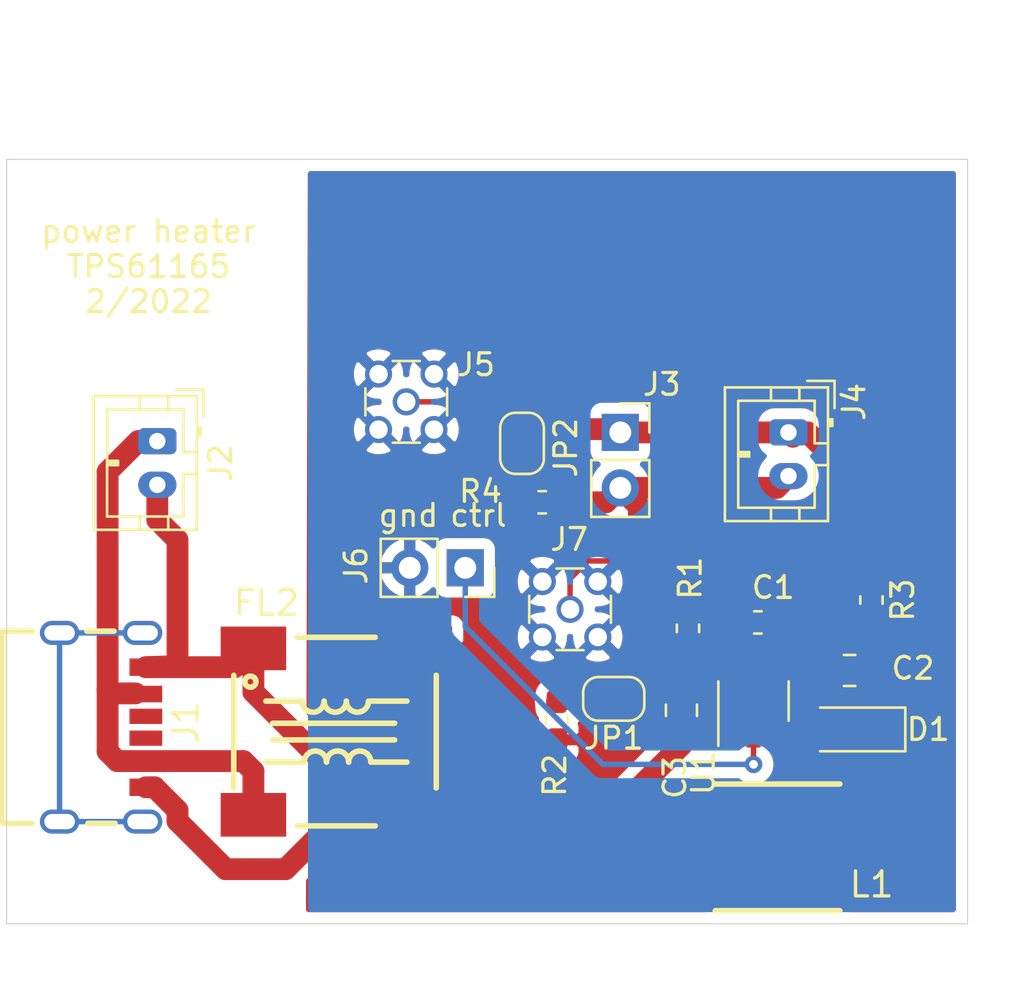
<source format=kicad_pcb>
(kicad_pcb (version 20171130) (host pcbnew "(5.1.5-0)")

  (general
    (thickness 1.6)
    (drawings 7)
    (tracks 104)
    (zones 0)
    (modules 20)
    (nets 16)
  )

  (page A4)
  (layers
    (0 F.Cu signal)
    (31 B.Cu signal)
    (32 B.Adhes user)
    (33 F.Adhes user)
    (34 B.Paste user)
    (35 F.Paste user)
    (36 B.SilkS user)
    (37 F.SilkS user)
    (38 B.Mask user)
    (39 F.Mask user)
    (40 Dwgs.User user)
    (41 Cmts.User user)
    (42 Eco1.User user)
    (43 Eco2.User user)
    (44 Edge.Cuts user)
    (45 Margin user)
    (46 B.CrtYd user)
    (47 F.CrtYd user)
    (48 B.Fab user)
    (49 F.Fab user)
  )

  (setup
    (last_trace_width 1)
    (user_trace_width 0.5)
    (user_trace_width 1)
    (trace_clearance 0.2)
    (zone_clearance 0.508)
    (zone_45_only no)
    (trace_min 0.2)
    (via_size 0.8)
    (via_drill 0.4)
    (via_min_size 0.4)
    (via_min_drill 0.3)
    (uvia_size 0.3)
    (uvia_drill 0.1)
    (uvias_allowed no)
    (uvia_min_size 0.2)
    (uvia_min_drill 0.1)
    (edge_width 0.05)
    (segment_width 0.2)
    (pcb_text_width 0.3)
    (pcb_text_size 1.5 1.5)
    (mod_edge_width 0.12)
    (mod_text_size 1 1)
    (mod_text_width 0.15)
    (pad_size 1.524 1.524)
    (pad_drill 0.762)
    (pad_to_mask_clearance 0.051)
    (solder_mask_min_width 0.25)
    (aux_axis_origin 0 0)
    (visible_elements FFFDFF7F)
    (pcbplotparams
      (layerselection 0x010fc_ffffffff)
      (usegerberextensions true)
      (usegerberattributes false)
      (usegerberadvancedattributes false)
      (creategerberjobfile false)
      (excludeedgelayer true)
      (linewidth 0.100000)
      (plotframeref false)
      (viasonmask false)
      (mode 1)
      (useauxorigin false)
      (hpglpennumber 1)
      (hpglpenspeed 20)
      (hpglpendiameter 15.000000)
      (psnegative false)
      (psa4output false)
      (plotreference true)
      (plotvalue false)
      (plotinvisibletext false)
      (padsonsilk false)
      (subtractmaskfromsilk true)
      (outputformat 1)
      (mirror false)
      (drillshape 0)
      (scaleselection 1)
      (outputdirectory "gerbers/v3/"))
  )

  (net 0 "")
  (net 1 GND)
  (net 2 "Net-(C1-Pad1)")
  (net 3 "Net-(C2-Pad1)")
  (net 4 +5VD)
  (net 5 "Net-(D1-Pad2)")
  (net 6 "Net-(J1-PadA5)")
  (net 7 "Net-(J1-PadB5)")
  (net 8 "Net-(J3-Pad2)")
  (net 9 "Net-(J6-Pad1)")
  (net 10 "Net-(J3-Pad1)")
  (net 11 "Net-(J1-Pad0)")
  (net 12 "Net-(JP2-Pad2)")
  (net 13 "Net-(JP1-Pad2)")
  (net 14 "Net-(FL2-Pad1)")
  (net 15 "Net-(FL2-Pad2)")

  (net_class Default "This is the default net class."
    (clearance 0.2)
    (trace_width 0.25)
    (via_dia 0.8)
    (via_drill 0.4)
    (uvia_dia 0.3)
    (uvia_drill 0.1)
    (add_net +5VD)
    (add_net GND)
    (add_net "Net-(C1-Pad1)")
    (add_net "Net-(C2-Pad1)")
    (add_net "Net-(D1-Pad2)")
    (add_net "Net-(FL2-Pad1)")
    (add_net "Net-(FL2-Pad2)")
    (add_net "Net-(J1-Pad0)")
    (add_net "Net-(J1-PadA5)")
    (add_net "Net-(J1-PadB5)")
    (add_net "Net-(J3-Pad1)")
    (add_net "Net-(J3-Pad2)")
    (add_net "Net-(J6-Pad1)")
    (add_net "Net-(JP1-Pad2)")
    (add_net "Net-(JP2-Pad2)")
  )

  (module 0my_footprints:FILTER-SMD_4P-L8.8-W8.5-TL (layer F.Cu) (tedit 617AB60F) (tstamp 617ABF38)
    (at 131.1 81.2)
    (path /617EDA14)
    (attr smd)
    (fp_text reference FL2 (at -4.8 -5.9) (layer F.SilkS)
      (effects (font (size 1.143 1.143) (thickness 0.152)) (justify left))
    )
    (fp_text value EMI_Filter_LL_1423_250uH (at -0.191 -6.953) (layer F.Fab) hide
      (effects (font (size 1.143 1.143) (thickness 0.152)) (justify left))
    )
    (fp_circle (center -4.064 -3.556) (end -3.664 -3.556) (layer Cmts.User) (width 0.8))
    (fp_arc (start 1.07 1.397) (end 0.562 1.397) (angle 180) (layer F.SilkS) (width 0.254))
    (fp_arc (start 0.054 1.397) (end -0.454 1.397) (angle 180) (layer F.SilkS) (width 0.254))
    (fp_arc (start -0.962 1.397) (end -1.47 1.397) (angle 180) (layer F.SilkS) (width 0.254))
    (fp_arc (start 0.962 -1.397) (end 1.47 -1.397) (angle 180) (layer F.SilkS) (width 0.254))
    (fp_arc (start -0.054 -1.397) (end 0.454 -1.397) (angle 180) (layer F.SilkS) (width 0.254))
    (fp_arc (start -1.07 -1.397) (end -0.562 -1.397) (angle 180) (layer F.SilkS) (width 0.254))
    (fp_circle (center -3.937 -2.286) (end -3.683 -2.286) (layer F.SilkS) (width 0.254))
    (fp_line (start -4.699 -2.579) (end -4.699 2.579) (layer F.SilkS) (width 0.254))
    (fp_line (start 4.572 -2.579) (end 4.572 2.579) (layer F.SilkS) (width 0.254))
    (fp_line (start -3.229 -1.397) (end -1.578 -1.397) (layer F.SilkS) (width 0.254))
    (fp_line (start 3.229 -1.397) (end 1.578 -1.397) (layer F.SilkS) (width 0.254))
    (fp_line (start 3.229 1.397) (end 1.578 1.397) (layer F.SilkS) (width 0.254))
    (fp_line (start -2.921 -0.381) (end 2.667 -0.381) (layer F.SilkS) (width 0.254))
    (fp_line (start 2.667 0.381) (end -2.921 0.381) (layer F.SilkS) (width 0.254))
    (fp_line (start -3.229 1.397) (end -1.578 1.397) (layer F.SilkS) (width 0.254))
    (fp_line (start -1.778 -4.318) (end 1.778 -4.318) (layer F.SilkS) (width 0.254))
    (fp_line (start 1.778 4.318) (end -1.778 4.318) (layer F.SilkS) (width 0.254))
    (pad 1 smd rect (at -3.8 -3.81) (size 3 2) (layers F.Cu F.Paste F.Mask)
      (net 14 "Net-(FL2-Pad1)"))
    (pad 2 smd rect (at -3.8 3.81) (size 3 2) (layers F.Cu F.Paste F.Mask)
      (net 15 "Net-(FL2-Pad2)"))
    (pad 3 smd rect (at 3.8 3.81) (size 3 2) (layers F.Cu F.Paste F.Mask)
      (net 4 +5VD))
    (pad 4 smd rect (at 3.8 -3.81) (size 3 2) (layers F.Cu F.Paste F.Mask)
      (net 1 GND))
  )

  (module Resistor_SMD:R_0603_1608Metric_Pad1.05x0.95mm_HandSolder (layer F.Cu) (tedit 5B301BBD) (tstamp 617AB1F1)
    (at 141.2 80.7 270)
    (descr "Resistor SMD 0603 (1608 Metric), square (rectangular) end terminal, IPC_7351 nominal with elongated pad for handsoldering. (Body size source: http://www.tortai-tech.com/upload/download/2011102023233369053.pdf), generated with kicad-footprint-generator")
    (tags "resistor handsolder")
    (path /617CC92C)
    (attr smd)
    (fp_text reference R2 (at 2.5 0.1 90) (layer F.SilkS)
      (effects (font (size 1 1) (thickness 0.15)))
    )
    (fp_text value 10 (at 0 1.43 90) (layer F.Fab)
      (effects (font (size 1 1) (thickness 0.15)))
    )
    (fp_text user %R (at 0 0 90) (layer F.Fab)
      (effects (font (size 0.4 0.4) (thickness 0.06)))
    )
    (fp_line (start 1.65 0.73) (end -1.65 0.73) (layer F.CrtYd) (width 0.05))
    (fp_line (start 1.65 -0.73) (end 1.65 0.73) (layer F.CrtYd) (width 0.05))
    (fp_line (start -1.65 -0.73) (end 1.65 -0.73) (layer F.CrtYd) (width 0.05))
    (fp_line (start -1.65 0.73) (end -1.65 -0.73) (layer F.CrtYd) (width 0.05))
    (fp_line (start -0.171267 0.51) (end 0.171267 0.51) (layer F.SilkS) (width 0.12))
    (fp_line (start -0.171267 -0.51) (end 0.171267 -0.51) (layer F.SilkS) (width 0.12))
    (fp_line (start 0.8 0.4) (end -0.8 0.4) (layer F.Fab) (width 0.1))
    (fp_line (start 0.8 -0.4) (end 0.8 0.4) (layer F.Fab) (width 0.1))
    (fp_line (start -0.8 -0.4) (end 0.8 -0.4) (layer F.Fab) (width 0.1))
    (fp_line (start -0.8 0.4) (end -0.8 -0.4) (layer F.Fab) (width 0.1))
    (pad 2 smd roundrect (at 0.875 0 270) (size 1.05 0.95) (layers F.Cu F.Paste F.Mask) (roundrect_rratio 0.25)
      (net 1 GND))
    (pad 1 smd roundrect (at -0.875 0 270) (size 1.05 0.95) (layers F.Cu F.Paste F.Mask) (roundrect_rratio 0.25)
      (net 13 "Net-(JP1-Pad2)"))
    (model ${KISYS3DMOD}/Resistor_SMD.3dshapes/R_0603_1608Metric.wrl
      (at (xyz 0 0 0))
      (scale (xyz 1 1 1))
      (rotate (xyz 0 0 0))
    )
  )

  (module Resistor_SMD:R_0603_1608Metric_Pad1.05x0.95mm_HandSolder (layer F.Cu) (tedit 5B301BBD) (tstamp 617AB222)
    (at 140.525 70.7 180)
    (descr "Resistor SMD 0603 (1608 Metric), square (rectangular) end terminal, IPC_7351 nominal with elongated pad for handsoldering. (Body size source: http://www.tortai-tech.com/upload/download/2011102023233369053.pdf), generated with kicad-footprint-generator")
    (tags "resistor handsolder")
    (path /617CF6B5)
    (attr smd)
    (fp_text reference R4 (at 2.825 0.5 180) (layer F.SilkS)
      (effects (font (size 1 1) (thickness 0.15)))
    )
    (fp_text value 10 (at 0 1.43) (layer F.Fab)
      (effects (font (size 1 1) (thickness 0.15)))
    )
    (fp_text user %R (at 0 0) (layer F.Fab)
      (effects (font (size 0.4 0.4) (thickness 0.06)))
    )
    (fp_line (start 1.65 0.73) (end -1.65 0.73) (layer F.CrtYd) (width 0.05))
    (fp_line (start 1.65 -0.73) (end 1.65 0.73) (layer F.CrtYd) (width 0.05))
    (fp_line (start -1.65 -0.73) (end 1.65 -0.73) (layer F.CrtYd) (width 0.05))
    (fp_line (start -1.65 0.73) (end -1.65 -0.73) (layer F.CrtYd) (width 0.05))
    (fp_line (start -0.171267 0.51) (end 0.171267 0.51) (layer F.SilkS) (width 0.12))
    (fp_line (start -0.171267 -0.51) (end 0.171267 -0.51) (layer F.SilkS) (width 0.12))
    (fp_line (start 0.8 0.4) (end -0.8 0.4) (layer F.Fab) (width 0.1))
    (fp_line (start 0.8 -0.4) (end 0.8 0.4) (layer F.Fab) (width 0.1))
    (fp_line (start -0.8 -0.4) (end 0.8 -0.4) (layer F.Fab) (width 0.1))
    (fp_line (start -0.8 0.4) (end -0.8 -0.4) (layer F.Fab) (width 0.1))
    (pad 2 smd roundrect (at 0.875 0 180) (size 1.05 0.95) (layers F.Cu F.Paste F.Mask) (roundrect_rratio 0.25)
      (net 12 "Net-(JP2-Pad2)"))
    (pad 1 smd roundrect (at -0.875 0 180) (size 1.05 0.95) (layers F.Cu F.Paste F.Mask) (roundrect_rratio 0.25)
      (net 8 "Net-(J3-Pad2)"))
    (model ${KISYS3DMOD}/Resistor_SMD.3dshapes/R_0603_1608Metric.wrl
      (at (xyz 0 0 0))
      (scale (xyz 1 1 1))
      (rotate (xyz 0 0 0))
    )
  )

  (module Jumper:SolderJumper-2_P1.3mm_Open_RoundedPad1.0x1.5mm (layer F.Cu) (tedit 5B391E66) (tstamp 617AB1AA)
    (at 139.6 68 270)
    (descr "SMD Solder Jumper, 1x1.5mm, rounded Pads, 0.3mm gap, open")
    (tags "solder jumper open")
    (path /617DB320)
    (attr virtual)
    (fp_text reference JP2 (at 0.2 -2 90) (layer F.SilkS)
      (effects (font (size 1 1) (thickness 0.15)))
    )
    (fp_text value Jumper_2_Open (at 0 1.9 90) (layer F.Fab)
      (effects (font (size 1 1) (thickness 0.15)))
    )
    (fp_line (start 1.65 1.25) (end -1.65 1.25) (layer F.CrtYd) (width 0.05))
    (fp_line (start 1.65 1.25) (end 1.65 -1.25) (layer F.CrtYd) (width 0.05))
    (fp_line (start -1.65 -1.25) (end -1.65 1.25) (layer F.CrtYd) (width 0.05))
    (fp_line (start -1.65 -1.25) (end 1.65 -1.25) (layer F.CrtYd) (width 0.05))
    (fp_line (start -0.7 -1) (end 0.7 -1) (layer F.SilkS) (width 0.12))
    (fp_line (start 1.4 -0.3) (end 1.4 0.3) (layer F.SilkS) (width 0.12))
    (fp_line (start 0.7 1) (end -0.7 1) (layer F.SilkS) (width 0.12))
    (fp_line (start -1.4 0.3) (end -1.4 -0.3) (layer F.SilkS) (width 0.12))
    (fp_arc (start -0.7 -0.3) (end -0.7 -1) (angle -90) (layer F.SilkS) (width 0.12))
    (fp_arc (start -0.7 0.3) (end -1.4 0.3) (angle -90) (layer F.SilkS) (width 0.12))
    (fp_arc (start 0.7 0.3) (end 0.7 1) (angle -90) (layer F.SilkS) (width 0.12))
    (fp_arc (start 0.7 -0.3) (end 1.4 -0.3) (angle -90) (layer F.SilkS) (width 0.12))
    (pad 2 smd custom (at 0.65 0 270) (size 1 0.5) (layers F.Cu F.Mask)
      (net 12 "Net-(JP2-Pad2)") (zone_connect 2)
      (options (clearance outline) (anchor rect))
      (primitives
        (gr_circle (center 0 0.25) (end 0.5 0.25) (width 0))
        (gr_circle (center 0 -0.25) (end 0.5 -0.25) (width 0))
        (gr_poly (pts
           (xy 0 -0.75) (xy -0.5 -0.75) (xy -0.5 0.75) (xy 0 0.75)) (width 0))
      ))
    (pad 1 smd custom (at -0.65 0 270) (size 1 0.5) (layers F.Cu F.Mask)
      (net 10 "Net-(J3-Pad1)") (zone_connect 2)
      (options (clearance outline) (anchor rect))
      (primitives
        (gr_circle (center 0 0.25) (end 0.5 0.25) (width 0))
        (gr_circle (center 0 -0.25) (end 0.5 -0.25) (width 0))
        (gr_poly (pts
           (xy 0 -0.75) (xy 0.5 -0.75) (xy 0.5 0.75) (xy 0 0.75)) (width 0))
      ))
  )

  (module Jumper:SolderJumper-2_P1.3mm_Open_RoundedPad1.0x1.5mm (layer F.Cu) (tedit 5B391E66) (tstamp 617AB198)
    (at 143.8 79.7 180)
    (descr "SMD Solder Jumper, 1x1.5mm, rounded Pads, 0.3mm gap, open")
    (tags "solder jumper open")
    (path /617CD69F)
    (attr virtual)
    (fp_text reference JP1 (at 0 -1.8) (layer F.SilkS)
      (effects (font (size 1 1) (thickness 0.15)))
    )
    (fp_text value Jumper_2_Open (at 0 1.9) (layer F.Fab)
      (effects (font (size 1 1) (thickness 0.15)))
    )
    (fp_line (start 1.65 1.25) (end -1.65 1.25) (layer F.CrtYd) (width 0.05))
    (fp_line (start 1.65 1.25) (end 1.65 -1.25) (layer F.CrtYd) (width 0.05))
    (fp_line (start -1.65 -1.25) (end -1.65 1.25) (layer F.CrtYd) (width 0.05))
    (fp_line (start -1.65 -1.25) (end 1.65 -1.25) (layer F.CrtYd) (width 0.05))
    (fp_line (start -0.7 -1) (end 0.7 -1) (layer F.SilkS) (width 0.12))
    (fp_line (start 1.4 -0.3) (end 1.4 0.3) (layer F.SilkS) (width 0.12))
    (fp_line (start 0.7 1) (end -0.7 1) (layer F.SilkS) (width 0.12))
    (fp_line (start -1.4 0.3) (end -1.4 -0.3) (layer F.SilkS) (width 0.12))
    (fp_arc (start -0.7 -0.3) (end -0.7 -1) (angle -90) (layer F.SilkS) (width 0.12))
    (fp_arc (start -0.7 0.3) (end -1.4 0.3) (angle -90) (layer F.SilkS) (width 0.12))
    (fp_arc (start 0.7 0.3) (end 0.7 1) (angle -90) (layer F.SilkS) (width 0.12))
    (fp_arc (start 0.7 -0.3) (end 1.4 -0.3) (angle -90) (layer F.SilkS) (width 0.12))
    (pad 2 smd custom (at 0.65 0 180) (size 1 0.5) (layers F.Cu F.Mask)
      (net 13 "Net-(JP1-Pad2)") (zone_connect 2)
      (options (clearance outline) (anchor rect))
      (primitives
        (gr_circle (center 0 0.25) (end 0.5 0.25) (width 0))
        (gr_circle (center 0 -0.25) (end 0.5 -0.25) (width 0))
        (gr_poly (pts
           (xy 0 -0.75) (xy -0.5 -0.75) (xy -0.5 0.75) (xy 0 0.75)) (width 0))
      ))
    (pad 1 smd custom (at -0.65 0 180) (size 1 0.5) (layers F.Cu F.Mask)
      (net 8 "Net-(J3-Pad2)") (zone_connect 2)
      (options (clearance outline) (anchor rect))
      (primitives
        (gr_circle (center 0 0.25) (end 0.5 0.25) (width 0))
        (gr_circle (center 0 -0.25) (end 0.5 -0.25) (width 0))
        (gr_poly (pts
           (xy 0 -0.75) (xy 0.5 -0.75) (xy 0.5 0.75) (xy 0 0.75)) (width 0))
      ))
  )

  (module Package_TO_SOT_SMD:SOT-23-6_Handsoldering (layer F.Cu) (tedit 5A02FF57) (tstamp 6202A249)
    (at 150.2 79.8 90)
    (descr "6-pin SOT-23 package, Handsoldering")
    (tags "SOT-23-6 Handsoldering")
    (path /61311BD9)
    (attr smd)
    (fp_text reference U1 (at -3.3 -2.3 90) (layer F.SilkS)
      (effects (font (size 1 1) (thickness 0.15)))
    )
    (fp_text value TPS61165 (at 0 2.9 90) (layer F.Fab)
      (effects (font (size 1 1) (thickness 0.15)))
    )
    (fp_line (start 0.9 -1.55) (end 0.9 1.55) (layer F.Fab) (width 0.1))
    (fp_line (start 0.9 1.55) (end -0.9 1.55) (layer F.Fab) (width 0.1))
    (fp_line (start -0.9 -0.9) (end -0.9 1.55) (layer F.Fab) (width 0.1))
    (fp_line (start 0.9 -1.55) (end -0.25 -1.55) (layer F.Fab) (width 0.1))
    (fp_line (start -0.9 -0.9) (end -0.25 -1.55) (layer F.Fab) (width 0.1))
    (fp_line (start -2.4 -1.8) (end 2.4 -1.8) (layer F.CrtYd) (width 0.05))
    (fp_line (start 2.4 -1.8) (end 2.4 1.8) (layer F.CrtYd) (width 0.05))
    (fp_line (start 2.4 1.8) (end -2.4 1.8) (layer F.CrtYd) (width 0.05))
    (fp_line (start -2.4 1.8) (end -2.4 -1.8) (layer F.CrtYd) (width 0.05))
    (fp_line (start 0.9 -1.61) (end -2.05 -1.61) (layer F.SilkS) (width 0.12))
    (fp_line (start -0.9 1.61) (end 0.9 1.61) (layer F.SilkS) (width 0.12))
    (fp_text user %R (at 0 0) (layer F.Fab)
      (effects (font (size 0.5 0.5) (thickness 0.075)))
    )
    (pad 5 smd rect (at 1.35 0 90) (size 1.56 0.65) (layers F.Cu F.Paste F.Mask)
      (net 2 "Net-(C1-Pad1)"))
    (pad 6 smd rect (at 1.35 -0.95 90) (size 1.56 0.65) (layers F.Cu F.Paste F.Mask)
      (net 8 "Net-(J3-Pad2)"))
    (pad 4 smd rect (at 1.35 0.95 90) (size 1.56 0.65) (layers F.Cu F.Paste F.Mask)
      (net 1 GND))
    (pad 3 smd rect (at -1.35 0.95 90) (size 1.56 0.65) (layers F.Cu F.Paste F.Mask)
      (net 5 "Net-(D1-Pad2)"))
    (pad 2 smd rect (at -1.35 0 90) (size 1.56 0.65) (layers F.Cu F.Paste F.Mask)
      (net 9 "Net-(J6-Pad1)"))
    (pad 1 smd rect (at -1.35 -0.95 90) (size 1.56 0.65) (layers F.Cu F.Paste F.Mask)
      (net 4 +5VD))
    (model ${KISYS3DMOD}/Package_TO_SOT_SMD.3dshapes/SOT-23-6.wrl
      (at (xyz 0 0 0))
      (scale (xyz 1 1 1))
      (rotate (xyz 0 0 0))
    )
  )

  (module 0my_footprints:MMCX_JLC (layer F.Cu) (tedit 6077148C) (tstamp 6179EF47)
    (at 141.8 75.6)
    (descr http://www.molex.com/pdm_docs/sd/734151471_sd.pdf)
    (tags "Molex MMCX Coaxial Connector 50 ohms Female Jack Vertical THT")
    (path /617B7665)
    (attr smd)
    (fp_text reference J7 (at -0.04 -3.2) (layer F.SilkS)
      (effects (font (size 1 1) (thickness 0.15)))
    )
    (fp_text value MMCX (at 0 3.2) (layer F.Fab)
      (effects (font (size 1 1) (thickness 0.15)))
    )
    (fp_line (start 0.62 1.87) (end -0.62 1.87) (layer F.SilkS) (width 0.12))
    (fp_line (start 0.62 -1.87) (end -0.62 -1.87) (layer F.SilkS) (width 0.12))
    (fp_line (start -1.87 0.62) (end -1.87 -0.62) (layer F.SilkS) (width 0.12))
    (fp_line (start -2.39 2.39) (end -2.39 -2.39) (layer F.CrtYd) (width 0.05))
    (fp_line (start 1.87 0.62) (end 1.87 -0.62) (layer F.SilkS) (width 0.12))
    (fp_line (start -1.755 1.755) (end 1.755 1.755) (layer F.Fab) (width 0.1))
    (fp_line (start -1.755 -1.755) (end 1.755 -1.755) (layer F.Fab) (width 0.1))
    (fp_line (start 1.755 -1.755) (end 1.755 1.755) (layer F.Fab) (width 0.1))
    (fp_line (start -1.755 -1.755) (end -1.755 1.755) (layer F.Fab) (width 0.1))
    (fp_line (start 2.39 2.39) (end 2.39 -2.39) (layer F.CrtYd) (width 0.05))
    (fp_line (start -2.39 -2.39) (end 2.39 -2.39) (layer F.CrtYd) (width 0.05))
    (fp_line (start -2.39 2.39) (end 2.39 2.39) (layer F.CrtYd) (width 0.05))
    (fp_text user %R (at 0 0) (layer F.Fab)
      (effects (font (size 0.8 0.8) (thickness 0.12)))
    )
    (pad 2 thru_hole circle (at -1.27 1.27) (size 1.24 1.24) (drill 0.84) (layers *.Cu *.Mask)
      (net 1 GND))
    (pad 2 thru_hole circle (at 1.27 -1.27) (size 1.24 1.24) (drill 0.84) (layers *.Cu *.Mask)
      (net 1 GND))
    (pad 2 thru_hole circle (at 1.27 1.27) (size 1.24 1.24) (drill 0.84) (layers *.Cu *.Mask)
      (net 1 GND))
    (pad 2 thru_hole circle (at -1.27 -1.27) (size 1.24 1.24) (drill 0.84) (layers *.Cu *.Mask)
      (net 1 GND))
    (pad 1 thru_hole circle (at 0 0) (size 1.24 1.24) (drill 0.84) (layers *.Cu *.Mask)
      (net 8 "Net-(J3-Pad2)"))
    (model ${KISYS3DMOD}/Connector_Coaxial.3dshapes/MMCX_Molex_73415-1471_Vertical.wrl
      (at (xyz 0 0 0))
      (scale (xyz 1 1 1))
      (rotate (xyz 0 0 0))
    )
  )

  (module Connector_PinSocket_2.54mm:PinSocket_1x02_P2.54mm_Vertical (layer F.Cu) (tedit 5A19A420) (tstamp 61318144)
    (at 137 73.7 270)
    (descr "Through hole straight socket strip, 1x02, 2.54mm pitch, single row (from Kicad 4.0.7), script generated")
    (tags "Through hole socket strip THT 1x02 2.54mm single row")
    (path /61362864)
    (attr smd)
    (fp_text reference J6 (at -0.1 5 90) (layer F.SilkS)
      (effects (font (size 1 1) (thickness 0.15)))
    )
    (fp_text value Conn_01x02_Female (at 0 5.31 90) (layer F.Fab)
      (effects (font (size 1 1) (thickness 0.15)))
    )
    (fp_text user %R (at 0 1.27) (layer F.Fab)
      (effects (font (size 1 1) (thickness 0.15)))
    )
    (fp_line (start -1.8 4.3) (end -1.8 -1.8) (layer F.CrtYd) (width 0.05))
    (fp_line (start 1.75 4.3) (end -1.8 4.3) (layer F.CrtYd) (width 0.05))
    (fp_line (start 1.75 -1.8) (end 1.75 4.3) (layer F.CrtYd) (width 0.05))
    (fp_line (start -1.8 -1.8) (end 1.75 -1.8) (layer F.CrtYd) (width 0.05))
    (fp_line (start 0 -1.33) (end 1.33 -1.33) (layer F.SilkS) (width 0.12))
    (fp_line (start 1.33 -1.33) (end 1.33 0) (layer F.SilkS) (width 0.12))
    (fp_line (start 1.33 1.27) (end 1.33 3.87) (layer F.SilkS) (width 0.12))
    (fp_line (start -1.33 3.87) (end 1.33 3.87) (layer F.SilkS) (width 0.12))
    (fp_line (start -1.33 1.27) (end -1.33 3.87) (layer F.SilkS) (width 0.12))
    (fp_line (start -1.33 1.27) (end 1.33 1.27) (layer F.SilkS) (width 0.12))
    (fp_line (start -1.27 3.81) (end -1.27 -1.27) (layer F.Fab) (width 0.1))
    (fp_line (start 1.27 3.81) (end -1.27 3.81) (layer F.Fab) (width 0.1))
    (fp_line (start 1.27 -0.635) (end 1.27 3.81) (layer F.Fab) (width 0.1))
    (fp_line (start 0.635 -1.27) (end 1.27 -0.635) (layer F.Fab) (width 0.1))
    (fp_line (start -1.27 -1.27) (end 0.635 -1.27) (layer F.Fab) (width 0.1))
    (pad 2 thru_hole oval (at 0 2.54 270) (size 1.7 1.7) (drill 1) (layers *.Cu *.Mask)
      (net 1 GND))
    (pad 1 thru_hole rect (at 0 0 270) (size 1.7 1.7) (drill 1) (layers *.Cu *.Mask)
      (net 9 "Net-(J6-Pad1)"))
    (model ${KISYS3DMOD}/Connector_PinSocket_2.54mm.3dshapes/PinSocket_1x02_P2.54mm_Vertical.wrl
      (at (xyz 0 0 0))
      (scale (xyz 1 1 1))
      (rotate (xyz 0 0 0))
    )
  )

  (module 0my_footprints:IND-SMD_L4.7-W4.7 (layer F.Cu) (tedit 613240D8) (tstamp 6202A21E)
    (at 151.3 86.5)
    (path /61318B01)
    (attr smd)
    (fp_text reference L1 (at 3.2 1.7) (layer F.SilkS)
      (effects (font (size 1.143 1.143) (thickness 0.152)) (justify left))
    )
    (fp_text value 10uH (at -8.5 -5.9) (layer F.Fab) hide
      (effects (font (size 1.143 1.143) (thickness 0.152)) (justify left))
    )
    (fp_line (start -2.4 2.4) (end -2.4 -2.4) (layer F.CrtYd) (width 0.12))
    (fp_line (start 2.4 2.4) (end -2.4 2.4) (layer F.CrtYd) (width 0.12))
    (fp_line (start 2.4 -2.4) (end 2.4 2.4) (layer F.CrtYd) (width 0.12))
    (fp_line (start -2.4 -2.4) (end 2.4 -2.4) (layer F.CrtYd) (width 0.12))
    (fp_line (start -2.85 -2.9) (end 2.85 -2.9) (layer F.SilkS) (width 0.254))
    (fp_line (start -2.85 2.9) (end 2.85 2.9) (layer F.SilkS) (width 0.254))
    (pad 2 smd rect (at 1.7 0) (size 2 5.3) (layers F.Cu F.Paste F.Mask)
      (net 5 "Net-(D1-Pad2)"))
    (pad 1 smd rect (at -1.7 0) (size 2 5.3) (layers F.Cu F.Paste F.Mask)
      (net 4 +5VD))
  )

  (module Resistor_SMD:R_0603_1608Metric_Pad1.05x0.95mm_HandSolder (layer F.Cu) (tedit 5B301BBD) (tstamp 6132415F)
    (at 155.6 75.175 270)
    (descr "Resistor SMD 0603 (1608 Metric), square (rectangular) end terminal, IPC_7351 nominal with elongated pad for handsoldering. (Body size source: http://www.tortai-tech.com/upload/download/2011102023233369053.pdf), generated with kicad-footprint-generator")
    (tags "resistor handsolder")
    (path /6138D70C)
    (attr smd)
    (fp_text reference R3 (at 0 -1.43 90) (layer F.SilkS)
      (effects (font (size 1 1) (thickness 0.15)))
    )
    (fp_text value 1 (at 0 1.43 90) (layer F.Fab)
      (effects (font (size 1 1) (thickness 0.15)))
    )
    (fp_text user %R (at 0 0 90) (layer F.Fab)
      (effects (font (size 0.4 0.4) (thickness 0.06)))
    )
    (fp_line (start 1.65 0.73) (end -1.65 0.73) (layer F.CrtYd) (width 0.05))
    (fp_line (start 1.65 -0.73) (end 1.65 0.73) (layer F.CrtYd) (width 0.05))
    (fp_line (start -1.65 -0.73) (end 1.65 -0.73) (layer F.CrtYd) (width 0.05))
    (fp_line (start -1.65 0.73) (end -1.65 -0.73) (layer F.CrtYd) (width 0.05))
    (fp_line (start -0.171267 0.51) (end 0.171267 0.51) (layer F.SilkS) (width 0.12))
    (fp_line (start -0.171267 -0.51) (end 0.171267 -0.51) (layer F.SilkS) (width 0.12))
    (fp_line (start 0.8 0.4) (end -0.8 0.4) (layer F.Fab) (width 0.1))
    (fp_line (start 0.8 -0.4) (end 0.8 0.4) (layer F.Fab) (width 0.1))
    (fp_line (start -0.8 -0.4) (end 0.8 -0.4) (layer F.Fab) (width 0.1))
    (fp_line (start -0.8 0.4) (end -0.8 -0.4) (layer F.Fab) (width 0.1))
    (pad 2 smd roundrect (at 0.875 0 270) (size 1.05 0.95) (layers F.Cu F.Paste F.Mask) (roundrect_rratio 0.25)
      (net 3 "Net-(C2-Pad1)"))
    (pad 1 smd roundrect (at -0.875 0 270) (size 1.05 0.95) (layers F.Cu F.Paste F.Mask) (roundrect_rratio 0.25)
      (net 10 "Net-(J3-Pad1)"))
    (model ${KISYS3DMOD}/Resistor_SMD.3dshapes/R_0603_1608Metric.wrl
      (at (xyz 0 0 0))
      (scale (xyz 1 1 1))
      (rotate (xyz 0 0 0))
    )
  )

  (module Resistor_SMD:R_0603_1608Metric_Pad1.05x0.95mm_HandSolder (layer F.Cu) (tedit 5B301BBD) (tstamp 6202A1F3)
    (at 147.2 76.475 90)
    (descr "Resistor SMD 0603 (1608 Metric), square (rectangular) end terminal, IPC_7351 nominal with elongated pad for handsoldering. (Body size source: http://www.tortai-tech.com/upload/download/2011102023233369053.pdf), generated with kicad-footprint-generator")
    (tags "resistor handsolder")
    (path /6132DBA7)
    (attr smd)
    (fp_text reference R1 (at 2.3 0.1 90) (layer F.SilkS)
      (effects (font (size 1 1) (thickness 0.15)))
    )
    (fp_text value 1 (at 0 1.43 90) (layer F.Fab)
      (effects (font (size 1 1) (thickness 0.15)))
    )
    (fp_text user %R (at 0 0 90) (layer F.Fab)
      (effects (font (size 0.4 0.4) (thickness 0.06)))
    )
    (fp_line (start 1.65 0.73) (end -1.65 0.73) (layer F.CrtYd) (width 0.05))
    (fp_line (start 1.65 -0.73) (end 1.65 0.73) (layer F.CrtYd) (width 0.05))
    (fp_line (start -1.65 -0.73) (end 1.65 -0.73) (layer F.CrtYd) (width 0.05))
    (fp_line (start -1.65 0.73) (end -1.65 -0.73) (layer F.CrtYd) (width 0.05))
    (fp_line (start -0.171267 0.51) (end 0.171267 0.51) (layer F.SilkS) (width 0.12))
    (fp_line (start -0.171267 -0.51) (end 0.171267 -0.51) (layer F.SilkS) (width 0.12))
    (fp_line (start 0.8 0.4) (end -0.8 0.4) (layer F.Fab) (width 0.1))
    (fp_line (start 0.8 -0.4) (end 0.8 0.4) (layer F.Fab) (width 0.1))
    (fp_line (start -0.8 -0.4) (end 0.8 -0.4) (layer F.Fab) (width 0.1))
    (fp_line (start -0.8 0.4) (end -0.8 -0.4) (layer F.Fab) (width 0.1))
    (pad 2 smd roundrect (at 0.875 0 90) (size 1.05 0.95) (layers F.Cu F.Paste F.Mask) (roundrect_rratio 0.25)
      (net 1 GND))
    (pad 1 smd roundrect (at -0.875 0 90) (size 1.05 0.95) (layers F.Cu F.Paste F.Mask) (roundrect_rratio 0.25)
      (net 8 "Net-(J3-Pad2)"))
    (model ${KISYS3DMOD}/Resistor_SMD.3dshapes/R_0603_1608Metric.wrl
      (at (xyz 0 0 0))
      (scale (xyz 1 1 1))
      (rotate (xyz 0 0 0))
    )
  )

  (module 0my_footprints:MMCX_JLC (layer F.Cu) (tedit 6077148C) (tstamp 613155AF)
    (at 134.3 66.1 180)
    (descr http://www.molex.com/pdm_docs/sd/734151471_sd.pdf)
    (tags "Molex MMCX Coaxial Connector 50 ohms Female Jack Vertical THT")
    (path /61342215)
    (attr smd)
    (fp_text reference J5 (at -3.2 1.7) (layer F.SilkS)
      (effects (font (size 1 1) (thickness 0.15)))
    )
    (fp_text value MMCX (at 0 3.2) (layer F.Fab)
      (effects (font (size 1 1) (thickness 0.15)))
    )
    (fp_line (start 0.62 1.87) (end -0.62 1.87) (layer F.SilkS) (width 0.12))
    (fp_line (start 0.62 -1.87) (end -0.62 -1.87) (layer F.SilkS) (width 0.12))
    (fp_line (start -1.87 0.62) (end -1.87 -0.62) (layer F.SilkS) (width 0.12))
    (fp_line (start -2.39 2.39) (end -2.39 -2.39) (layer F.CrtYd) (width 0.05))
    (fp_line (start 1.87 0.62) (end 1.87 -0.62) (layer F.SilkS) (width 0.12))
    (fp_line (start -1.755 1.755) (end 1.755 1.755) (layer F.Fab) (width 0.1))
    (fp_line (start -1.755 -1.755) (end 1.755 -1.755) (layer F.Fab) (width 0.1))
    (fp_line (start 1.755 -1.755) (end 1.755 1.755) (layer F.Fab) (width 0.1))
    (fp_line (start -1.755 -1.755) (end -1.755 1.755) (layer F.Fab) (width 0.1))
    (fp_line (start 2.39 2.39) (end 2.39 -2.39) (layer F.CrtYd) (width 0.05))
    (fp_line (start -2.39 -2.39) (end 2.39 -2.39) (layer F.CrtYd) (width 0.05))
    (fp_line (start -2.39 2.39) (end 2.39 2.39) (layer F.CrtYd) (width 0.05))
    (fp_text user %R (at 0 0) (layer F.Fab)
      (effects (font (size 0.8 0.8) (thickness 0.12)))
    )
    (pad 2 thru_hole circle (at -1.27 1.27 180) (size 1.24 1.24) (drill 0.84) (layers *.Cu *.Mask)
      (net 1 GND))
    (pad 2 thru_hole circle (at 1.27 -1.27 180) (size 1.24 1.24) (drill 0.84) (layers *.Cu *.Mask)
      (net 1 GND))
    (pad 2 thru_hole circle (at 1.27 1.27 180) (size 1.24 1.24) (drill 0.84) (layers *.Cu *.Mask)
      (net 1 GND))
    (pad 2 thru_hole circle (at -1.27 -1.27 180) (size 1.24 1.24) (drill 0.84) (layers *.Cu *.Mask)
      (net 1 GND))
    (pad 1 thru_hole circle (at 0 0 180) (size 1.24 1.24) (drill 0.84) (layers *.Cu *.Mask)
      (net 10 "Net-(J3-Pad1)"))
    (model ${KISYS3DMOD}/Connector_Coaxial.3dshapes/MMCX_Molex_73415-1471_Vertical.wrl
      (at (xyz 0 0 0))
      (scale (xyz 1 1 1))
      (rotate (xyz 0 0 0))
    )
  )

  (module Connector_JST:JST_PH_B2B-PH-K_1x02_P2.00mm_Vertical (layer F.Cu) (tedit 5B7745C2) (tstamp 61315599)
    (at 151.8 67.5 270)
    (descr "JST PH series connector, B2B-PH-K (http://www.jst-mfg.com/product/pdf/eng/ePH.pdf), generated with kicad-footprint-generator")
    (tags "connector JST PH side entry")
    (path /6134B6D1)
    (attr smd)
    (fp_text reference J4 (at -1.4 -3 90) (layer F.SilkS)
      (effects (font (size 1 1) (thickness 0.15)))
    )
    (fp_text value A2001WV-2P (at 1 4 90) (layer F.Fab)
      (effects (font (size 1 1) (thickness 0.15)))
    )
    (fp_text user %R (at 1 1.5 90) (layer F.Fab)
      (effects (font (size 1 1) (thickness 0.15)))
    )
    (fp_line (start 4.45 -2.2) (end -2.45 -2.2) (layer F.CrtYd) (width 0.05))
    (fp_line (start 4.45 3.3) (end 4.45 -2.2) (layer F.CrtYd) (width 0.05))
    (fp_line (start -2.45 3.3) (end 4.45 3.3) (layer F.CrtYd) (width 0.05))
    (fp_line (start -2.45 -2.2) (end -2.45 3.3) (layer F.CrtYd) (width 0.05))
    (fp_line (start 3.95 -1.7) (end -1.95 -1.7) (layer F.Fab) (width 0.1))
    (fp_line (start 3.95 2.8) (end 3.95 -1.7) (layer F.Fab) (width 0.1))
    (fp_line (start -1.95 2.8) (end 3.95 2.8) (layer F.Fab) (width 0.1))
    (fp_line (start -1.95 -1.7) (end -1.95 2.8) (layer F.Fab) (width 0.1))
    (fp_line (start -2.36 -2.11) (end -2.36 -0.86) (layer F.Fab) (width 0.1))
    (fp_line (start -1.11 -2.11) (end -2.36 -2.11) (layer F.Fab) (width 0.1))
    (fp_line (start -2.36 -2.11) (end -2.36 -0.86) (layer F.SilkS) (width 0.12))
    (fp_line (start -1.11 -2.11) (end -2.36 -2.11) (layer F.SilkS) (width 0.12))
    (fp_line (start 1 2.3) (end 1 1.8) (layer F.SilkS) (width 0.12))
    (fp_line (start 1.1 1.8) (end 1.1 2.3) (layer F.SilkS) (width 0.12))
    (fp_line (start 0.9 1.8) (end 1.1 1.8) (layer F.SilkS) (width 0.12))
    (fp_line (start 0.9 2.3) (end 0.9 1.8) (layer F.SilkS) (width 0.12))
    (fp_line (start 4.06 0.8) (end 3.45 0.8) (layer F.SilkS) (width 0.12))
    (fp_line (start 4.06 -0.5) (end 3.45 -0.5) (layer F.SilkS) (width 0.12))
    (fp_line (start -2.06 0.8) (end -1.45 0.8) (layer F.SilkS) (width 0.12))
    (fp_line (start -2.06 -0.5) (end -1.45 -0.5) (layer F.SilkS) (width 0.12))
    (fp_line (start 1.5 -1.2) (end 1.5 -1.81) (layer F.SilkS) (width 0.12))
    (fp_line (start 3.45 -1.2) (end 1.5 -1.2) (layer F.SilkS) (width 0.12))
    (fp_line (start 3.45 2.3) (end 3.45 -1.2) (layer F.SilkS) (width 0.12))
    (fp_line (start -1.45 2.3) (end 3.45 2.3) (layer F.SilkS) (width 0.12))
    (fp_line (start -1.45 -1.2) (end -1.45 2.3) (layer F.SilkS) (width 0.12))
    (fp_line (start 0.5 -1.2) (end -1.45 -1.2) (layer F.SilkS) (width 0.12))
    (fp_line (start 0.5 -1.81) (end 0.5 -1.2) (layer F.SilkS) (width 0.12))
    (fp_line (start -0.3 -1.91) (end -0.6 -1.91) (layer F.SilkS) (width 0.12))
    (fp_line (start -0.6 -2.01) (end -0.6 -1.81) (layer F.SilkS) (width 0.12))
    (fp_line (start -0.3 -2.01) (end -0.6 -2.01) (layer F.SilkS) (width 0.12))
    (fp_line (start -0.3 -1.81) (end -0.3 -2.01) (layer F.SilkS) (width 0.12))
    (fp_line (start 4.06 -1.81) (end -2.06 -1.81) (layer F.SilkS) (width 0.12))
    (fp_line (start 4.06 2.91) (end 4.06 -1.81) (layer F.SilkS) (width 0.12))
    (fp_line (start -2.06 2.91) (end 4.06 2.91) (layer F.SilkS) (width 0.12))
    (fp_line (start -2.06 -1.81) (end -2.06 2.91) (layer F.SilkS) (width 0.12))
    (pad 2 thru_hole oval (at 2 0 270) (size 1.2 1.75) (drill 0.75) (layers *.Cu *.Mask)
      (net 8 "Net-(J3-Pad2)"))
    (pad 1 thru_hole roundrect (at 0 0 270) (size 1.2 1.75) (drill 0.75) (layers *.Cu *.Mask) (roundrect_rratio 0.208333)
      (net 10 "Net-(J3-Pad1)"))
    (model ${KISYS3DMOD}/Connector_JST.3dshapes/JST_PH_B2B-PH-K_1x02_P2.00mm_Vertical.wrl
      (at (xyz 0 0 0))
      (scale (xyz 1 1 1))
      (rotate (xyz 0 0 0))
    )
  )

  (module Connector_PinSocket_2.54mm:PinSocket_1x02_P2.54mm_Vertical (layer F.Cu) (tedit 5A19A420) (tstamp 6131556F)
    (at 144.1 67.5)
    (descr "Through hole straight socket strip, 1x02, 2.54mm pitch, single row (from Kicad 4.0.7), script generated")
    (tags "Through hole socket strip THT 1x02 2.54mm single row")
    (path /61344CC2)
    (attr smd)
    (fp_text reference J3 (at 1.9 -2.2) (layer F.SilkS)
      (effects (font (size 1 1) (thickness 0.15)))
    )
    (fp_text value Conn_01x02_Female (at 0 5.31) (layer F.Fab)
      (effects (font (size 1 1) (thickness 0.15)))
    )
    (fp_text user %R (at 0 1.27 90) (layer F.Fab)
      (effects (font (size 1 1) (thickness 0.15)))
    )
    (fp_line (start -1.8 4.3) (end -1.8 -1.8) (layer F.CrtYd) (width 0.05))
    (fp_line (start 1.75 4.3) (end -1.8 4.3) (layer F.CrtYd) (width 0.05))
    (fp_line (start 1.75 -1.8) (end 1.75 4.3) (layer F.CrtYd) (width 0.05))
    (fp_line (start -1.8 -1.8) (end 1.75 -1.8) (layer F.CrtYd) (width 0.05))
    (fp_line (start 0 -1.33) (end 1.33 -1.33) (layer F.SilkS) (width 0.12))
    (fp_line (start 1.33 -1.33) (end 1.33 0) (layer F.SilkS) (width 0.12))
    (fp_line (start 1.33 1.27) (end 1.33 3.87) (layer F.SilkS) (width 0.12))
    (fp_line (start -1.33 3.87) (end 1.33 3.87) (layer F.SilkS) (width 0.12))
    (fp_line (start -1.33 1.27) (end -1.33 3.87) (layer F.SilkS) (width 0.12))
    (fp_line (start -1.33 1.27) (end 1.33 1.27) (layer F.SilkS) (width 0.12))
    (fp_line (start -1.27 3.81) (end -1.27 -1.27) (layer F.Fab) (width 0.1))
    (fp_line (start 1.27 3.81) (end -1.27 3.81) (layer F.Fab) (width 0.1))
    (fp_line (start 1.27 -0.635) (end 1.27 3.81) (layer F.Fab) (width 0.1))
    (fp_line (start 0.635 -1.27) (end 1.27 -0.635) (layer F.Fab) (width 0.1))
    (fp_line (start -1.27 -1.27) (end 0.635 -1.27) (layer F.Fab) (width 0.1))
    (pad 2 thru_hole oval (at 0 2.54) (size 1.7 1.7) (drill 1) (layers *.Cu *.Mask)
      (net 8 "Net-(J3-Pad2)"))
    (pad 1 thru_hole rect (at 0 0) (size 1.7 1.7) (drill 1) (layers *.Cu *.Mask)
      (net 10 "Net-(J3-Pad1)"))
    (model ${KISYS3DMOD}/Connector_PinSocket_2.54mm.3dshapes/PinSocket_1x02_P2.54mm_Vertical.wrl
      (at (xyz 0 0 0))
      (scale (xyz 1 1 1))
      (rotate (xyz 0 0 0))
    )
  )

  (module Connector_JST:JST_PH_B2B-PH-K_1x02_P2.00mm_Vertical (layer F.Cu) (tedit 5B7745C2) (tstamp 61315559)
    (at 122.9 67.9 270)
    (descr "JST PH series connector, B2B-PH-K (http://www.jst-mfg.com/product/pdf/eng/ePH.pdf), generated with kicad-footprint-generator")
    (tags "connector JST PH side entry")
    (path /61348427)
    (attr smd)
    (fp_text reference J2 (at 1 -2.9 90) (layer F.SilkS)
      (effects (font (size 1 1) (thickness 0.15)))
    )
    (fp_text value A2001WV-2P (at 1 4 90) (layer F.Fab)
      (effects (font (size 1 1) (thickness 0.15)))
    )
    (fp_text user %R (at 1 1.5 90) (layer F.Fab)
      (effects (font (size 1 1) (thickness 0.15)))
    )
    (fp_line (start 4.45 -2.2) (end -2.45 -2.2) (layer F.CrtYd) (width 0.05))
    (fp_line (start 4.45 3.3) (end 4.45 -2.2) (layer F.CrtYd) (width 0.05))
    (fp_line (start -2.45 3.3) (end 4.45 3.3) (layer F.CrtYd) (width 0.05))
    (fp_line (start -2.45 -2.2) (end -2.45 3.3) (layer F.CrtYd) (width 0.05))
    (fp_line (start 3.95 -1.7) (end -1.95 -1.7) (layer F.Fab) (width 0.1))
    (fp_line (start 3.95 2.8) (end 3.95 -1.7) (layer F.Fab) (width 0.1))
    (fp_line (start -1.95 2.8) (end 3.95 2.8) (layer F.Fab) (width 0.1))
    (fp_line (start -1.95 -1.7) (end -1.95 2.8) (layer F.Fab) (width 0.1))
    (fp_line (start -2.36 -2.11) (end -2.36 -0.86) (layer F.Fab) (width 0.1))
    (fp_line (start -1.11 -2.11) (end -2.36 -2.11) (layer F.Fab) (width 0.1))
    (fp_line (start -2.36 -2.11) (end -2.36 -0.86) (layer F.SilkS) (width 0.12))
    (fp_line (start -1.11 -2.11) (end -2.36 -2.11) (layer F.SilkS) (width 0.12))
    (fp_line (start 1 2.3) (end 1 1.8) (layer F.SilkS) (width 0.12))
    (fp_line (start 1.1 1.8) (end 1.1 2.3) (layer F.SilkS) (width 0.12))
    (fp_line (start 0.9 1.8) (end 1.1 1.8) (layer F.SilkS) (width 0.12))
    (fp_line (start 0.9 2.3) (end 0.9 1.8) (layer F.SilkS) (width 0.12))
    (fp_line (start 4.06 0.8) (end 3.45 0.8) (layer F.SilkS) (width 0.12))
    (fp_line (start 4.06 -0.5) (end 3.45 -0.5) (layer F.SilkS) (width 0.12))
    (fp_line (start -2.06 0.8) (end -1.45 0.8) (layer F.SilkS) (width 0.12))
    (fp_line (start -2.06 -0.5) (end -1.45 -0.5) (layer F.SilkS) (width 0.12))
    (fp_line (start 1.5 -1.2) (end 1.5 -1.81) (layer F.SilkS) (width 0.12))
    (fp_line (start 3.45 -1.2) (end 1.5 -1.2) (layer F.SilkS) (width 0.12))
    (fp_line (start 3.45 2.3) (end 3.45 -1.2) (layer F.SilkS) (width 0.12))
    (fp_line (start -1.45 2.3) (end 3.45 2.3) (layer F.SilkS) (width 0.12))
    (fp_line (start -1.45 -1.2) (end -1.45 2.3) (layer F.SilkS) (width 0.12))
    (fp_line (start 0.5 -1.2) (end -1.45 -1.2) (layer F.SilkS) (width 0.12))
    (fp_line (start 0.5 -1.81) (end 0.5 -1.2) (layer F.SilkS) (width 0.12))
    (fp_line (start -0.3 -1.91) (end -0.6 -1.91) (layer F.SilkS) (width 0.12))
    (fp_line (start -0.6 -2.01) (end -0.6 -1.81) (layer F.SilkS) (width 0.12))
    (fp_line (start -0.3 -2.01) (end -0.6 -2.01) (layer F.SilkS) (width 0.12))
    (fp_line (start -0.3 -1.81) (end -0.3 -2.01) (layer F.SilkS) (width 0.12))
    (fp_line (start 4.06 -1.81) (end -2.06 -1.81) (layer F.SilkS) (width 0.12))
    (fp_line (start 4.06 2.91) (end 4.06 -1.81) (layer F.SilkS) (width 0.12))
    (fp_line (start -2.06 2.91) (end 4.06 2.91) (layer F.SilkS) (width 0.12))
    (fp_line (start -2.06 -1.81) (end -2.06 2.91) (layer F.SilkS) (width 0.12))
    (pad 2 thru_hole oval (at 2 0 270) (size 1.2 1.75) (drill 0.75) (layers *.Cu *.Mask)
      (net 14 "Net-(FL2-Pad1)"))
    (pad 1 thru_hole roundrect (at 0 0 270) (size 1.2 1.75) (drill 0.75) (layers *.Cu *.Mask) (roundrect_rratio 0.208333)
      (net 15 "Net-(FL2-Pad2)"))
    (model ${KISYS3DMOD}/Connector_JST.3dshapes/JST_PH_B2B-PH-K_1x02_P2.00mm_Vertical.wrl
      (at (xyz 0 0 0))
      (scale (xyz 1 1 1))
      (rotate (xyz 0 0 0))
    )
  )

  (module 0my_footprints:USB-C-KoreanHroparts (layer F.Cu) (tedit 6130FF78) (tstamp 6131711A)
    (at 120.4 81 270)
    (descr "Korean Hroparts Elec TYPE-C-31-M-17")
    (path /6133BFA9)
    (attr smd)
    (fp_text reference J1 (at -1.3 -3.8 90) (layer F.SilkS)
      (effects (font (size 1.143 1.143) (thickness 0.152)) (justify right))
    )
    (fp_text value USB_C_KoreanHroparts_6P (at -11.8 -6 90) (layer F.Fab) hide
      (effects (font (size 1.143 1.143) (thickness 0.152)) (justify right))
    )
    (fp_line (start 4.4 -0.563) (end 4.4 0.677) (layer F.SilkS) (width 0.254))
    (fp_line (start -4.4 -0.515) (end -4.4 0.725) (layer F.SilkS) (width 0.254))
    (fp_line (start 4.409 4.576) (end 4.409 3.225) (layer F.SilkS) (width 0.254))
    (fp_line (start -4.4 4.575) (end -4.4 3.195) (layer F.SilkS) (width 0.254))
    (fp_line (start -4.41 4.575) (end 4.41 4.575) (layer F.SilkS) (width 0.254))
    (fp_poly (pts (xy -3.15 -2.724) (xy -2.35 -2.724) (xy -2.35 -1.226) (xy -3.15 -1.226)) (layer F.Paste) (width 0))
    (fp_poly (pts (xy -1.9 -2.724) (xy -1.14 -2.724) (xy -1.14 -1.226) (xy -1.9 -1.226)) (layer F.Paste) (width 0))
    (fp_poly (pts (xy -0.851 -2.724) (xy -0.15 -2.724) (xy -0.15 -1.226) (xy -0.851 -1.226)) (layer F.Paste) (width 0))
    (fp_poly (pts (xy 0.15 -2.724) (xy 0.851 -2.724) (xy 0.851 -1.226) (xy 0.15 -1.226)) (layer F.Paste) (width 0))
    (fp_poly (pts (xy 1.14 -2.724) (xy 1.9 -2.724) (xy 1.9 -1.226) (xy 1.14 -1.226)) (layer F.Paste) (width 0))
    (fp_poly (pts (xy 2.349 -2.724) (xy 3.15 -2.724) (xy 3.15 -1.226) (xy 2.349 -1.226)) (layer F.Paste) (width 0))
    (pad 0 thru_hole oval (at -4.32 1.975 270) (size 1.1 1.8) (drill oval 0.7 1.401) (layers *.Cu *.Paste *.Mask)
      (net 11 "Net-(J1-Pad0)"))
    (pad 0 thru_hole oval (at 4.32 1.975 270) (size 1.1 1.8) (drill oval 0.7 1.401) (layers *.Cu *.Paste *.Mask)
      (net 11 "Net-(J1-Pad0)"))
    (pad 0 thru_hole oval (at -4.32 -1.825 270) (size 1.1 1.8) (drill oval 0.7 1.401) (layers *.Cu *.Paste *.Mask)
      (net 11 "Net-(J1-Pad0)"))
    (pad 0 thru_hole oval (at 4.32 -1.825 270) (size 1.1 1.8) (drill oval 0.7 1.401) (layers *.Cu *.Paste *.Mask)
      (net 11 "Net-(J1-Pad0)"))
    (pad B12 smd rect (at -2.75 -1.975 270) (size 0.8 1.5) (layers F.Cu F.Paste F.Mask)
      (net 14 "Net-(FL2-Pad1)"))
    (pad B9 smd rect (at -1.52 -1.975 270) (size 0.76 1.5) (layers F.Cu F.Paste F.Mask)
      (net 15 "Net-(FL2-Pad2)"))
    (pad A5 smd rect (at -0.5 -1.975 270) (size 0.7 1.5) (layers F.Cu F.Paste F.Mask)
      (net 6 "Net-(J1-PadA5)"))
    (pad B5 smd rect (at 0.5 -1.975 270) (size 0.7 1.5) (layers F.Cu F.Paste F.Mask)
      (net 7 "Net-(J1-PadB5)"))
    (pad A9 smd rect (at 1.52 -1.975 270) (size 0.76 1.5) (layers F.Cu F.Paste F.Mask)
      (net 15 "Net-(FL2-Pad2)"))
    (pad A12 smd rect (at 2.75 -1.975 270) (size 0.8 1.5) (layers F.Cu F.Paste F.Mask)
      (net 14 "Net-(FL2-Pad1)"))
  )

  (module Diode_SMD:D_SOD-123 (layer F.Cu) (tedit 58645DC7) (tstamp 6202A31B)
    (at 154.9 81.1 180)
    (descr SOD-123)
    (tags SOD-123)
    (path /61319775)
    (attr smd)
    (fp_text reference D1 (at -3.3 0 180) (layer F.SilkS)
      (effects (font (size 1 1) (thickness 0.15)))
    )
    (fp_text value MBR0540 (at 0 2.1) (layer F.Fab)
      (effects (font (size 1 1) (thickness 0.15)))
    )
    (fp_line (start -2.25 -1) (end 1.65 -1) (layer F.SilkS) (width 0.12))
    (fp_line (start -2.25 1) (end 1.65 1) (layer F.SilkS) (width 0.12))
    (fp_line (start -2.35 -1.15) (end -2.35 1.15) (layer F.CrtYd) (width 0.05))
    (fp_line (start 2.35 1.15) (end -2.35 1.15) (layer F.CrtYd) (width 0.05))
    (fp_line (start 2.35 -1.15) (end 2.35 1.15) (layer F.CrtYd) (width 0.05))
    (fp_line (start -2.35 -1.15) (end 2.35 -1.15) (layer F.CrtYd) (width 0.05))
    (fp_line (start -1.4 -0.9) (end 1.4 -0.9) (layer F.Fab) (width 0.1))
    (fp_line (start 1.4 -0.9) (end 1.4 0.9) (layer F.Fab) (width 0.1))
    (fp_line (start 1.4 0.9) (end -1.4 0.9) (layer F.Fab) (width 0.1))
    (fp_line (start -1.4 0.9) (end -1.4 -0.9) (layer F.Fab) (width 0.1))
    (fp_line (start -0.75 0) (end -0.35 0) (layer F.Fab) (width 0.1))
    (fp_line (start -0.35 0) (end -0.35 -0.55) (layer F.Fab) (width 0.1))
    (fp_line (start -0.35 0) (end -0.35 0.55) (layer F.Fab) (width 0.1))
    (fp_line (start -0.35 0) (end 0.25 -0.4) (layer F.Fab) (width 0.1))
    (fp_line (start 0.25 -0.4) (end 0.25 0.4) (layer F.Fab) (width 0.1))
    (fp_line (start 0.25 0.4) (end -0.35 0) (layer F.Fab) (width 0.1))
    (fp_line (start 0.25 0) (end 0.75 0) (layer F.Fab) (width 0.1))
    (fp_line (start -2.25 -1) (end -2.25 1) (layer F.SilkS) (width 0.12))
    (fp_text user %R (at 0 -2) (layer F.Fab)
      (effects (font (size 1 1) (thickness 0.15)))
    )
    (pad 2 smd rect (at 1.65 0 180) (size 0.9 1.2) (layers F.Cu F.Paste F.Mask)
      (net 5 "Net-(D1-Pad2)"))
    (pad 1 smd rect (at -1.65 0 180) (size 0.9 1.2) (layers F.Cu F.Paste F.Mask)
      (net 3 "Net-(C2-Pad1)"))
    (model ${KISYS3DMOD}/Diode_SMD.3dshapes/D_SOD-123.wrl
      (at (xyz 0 0 0))
      (scale (xyz 1 1 1))
      (rotate (xyz 0 0 0))
    )
  )

  (module Capacitor_SMD:C_0805_2012Metric_Pad1.15x1.40mm_HandSolder (layer F.Cu) (tedit 5B36C52B) (tstamp 6202A2E3)
    (at 146.9 80.225 90)
    (descr "Capacitor SMD 0805 (2012 Metric), square (rectangular) end terminal, IPC_7351 nominal with elongated pad for handsoldering. (Body size source: https://docs.google.com/spreadsheets/d/1BsfQQcO9C6DZCsRaXUlFlo91Tg2WpOkGARC1WS5S8t0/edit?usp=sharing), generated with kicad-footprint-generator")
    (tags "capacitor handsolder")
    (path /61320361)
    (attr smd)
    (fp_text reference C3 (at -3.075 -0.3 90) (layer F.SilkS)
      (effects (font (size 1 1) (thickness 0.15)))
    )
    (fp_text value 4.7uF_0805_25V (at 0 1.65 90) (layer F.Fab)
      (effects (font (size 1 1) (thickness 0.15)))
    )
    (fp_text user %R (at 0 0 90) (layer F.Fab)
      (effects (font (size 0.5 0.5) (thickness 0.08)))
    )
    (fp_line (start 1.85 0.95) (end -1.85 0.95) (layer F.CrtYd) (width 0.05))
    (fp_line (start 1.85 -0.95) (end 1.85 0.95) (layer F.CrtYd) (width 0.05))
    (fp_line (start -1.85 -0.95) (end 1.85 -0.95) (layer F.CrtYd) (width 0.05))
    (fp_line (start -1.85 0.95) (end -1.85 -0.95) (layer F.CrtYd) (width 0.05))
    (fp_line (start -0.261252 0.71) (end 0.261252 0.71) (layer F.SilkS) (width 0.12))
    (fp_line (start -0.261252 -0.71) (end 0.261252 -0.71) (layer F.SilkS) (width 0.12))
    (fp_line (start 1 0.6) (end -1 0.6) (layer F.Fab) (width 0.1))
    (fp_line (start 1 -0.6) (end 1 0.6) (layer F.Fab) (width 0.1))
    (fp_line (start -1 -0.6) (end 1 -0.6) (layer F.Fab) (width 0.1))
    (fp_line (start -1 0.6) (end -1 -0.6) (layer F.Fab) (width 0.1))
    (pad 2 smd roundrect (at 1.025 0 90) (size 1.15 1.4) (layers F.Cu F.Paste F.Mask) (roundrect_rratio 0.217391)
      (net 1 GND))
    (pad 1 smd roundrect (at -1.025 0 90) (size 1.15 1.4) (layers F.Cu F.Paste F.Mask) (roundrect_rratio 0.217391)
      (net 4 +5VD))
    (model ${KISYS3DMOD}/Capacitor_SMD.3dshapes/C_0805_2012Metric.wrl
      (at (xyz 0 0 0))
      (scale (xyz 1 1 1))
      (rotate (xyz 0 0 0))
    )
  )

  (module Capacitor_SMD:C_0805_2012Metric_Pad1.15x1.40mm_HandSolder (layer F.Cu) (tedit 5B36C52B) (tstamp 6202A2B3)
    (at 154.6 78.4 180)
    (descr "Capacitor SMD 0805 (2012 Metric), square (rectangular) end terminal, IPC_7351 nominal with elongated pad for handsoldering. (Body size source: https://docs.google.com/spreadsheets/d/1BsfQQcO9C6DZCsRaXUlFlo91Tg2WpOkGARC1WS5S8t0/edit?usp=sharing), generated with kicad-footprint-generator")
    (tags "capacitor handsolder")
    (path /6131E764)
    (attr smd)
    (fp_text reference C2 (at -2.9 0.1) (layer F.SilkS)
      (effects (font (size 1 1) (thickness 0.15)))
    )
    (fp_text value 1uF_0805_50V (at 0 1.65) (layer F.Fab)
      (effects (font (size 1 1) (thickness 0.15)))
    )
    (fp_text user %R (at 0 0) (layer F.Fab)
      (effects (font (size 0.5 0.5) (thickness 0.08)))
    )
    (fp_line (start 1.85 0.95) (end -1.85 0.95) (layer F.CrtYd) (width 0.05))
    (fp_line (start 1.85 -0.95) (end 1.85 0.95) (layer F.CrtYd) (width 0.05))
    (fp_line (start -1.85 -0.95) (end 1.85 -0.95) (layer F.CrtYd) (width 0.05))
    (fp_line (start -1.85 0.95) (end -1.85 -0.95) (layer F.CrtYd) (width 0.05))
    (fp_line (start -0.261252 0.71) (end 0.261252 0.71) (layer F.SilkS) (width 0.12))
    (fp_line (start -0.261252 -0.71) (end 0.261252 -0.71) (layer F.SilkS) (width 0.12))
    (fp_line (start 1 0.6) (end -1 0.6) (layer F.Fab) (width 0.1))
    (fp_line (start 1 -0.6) (end 1 0.6) (layer F.Fab) (width 0.1))
    (fp_line (start -1 -0.6) (end 1 -0.6) (layer F.Fab) (width 0.1))
    (fp_line (start -1 0.6) (end -1 -0.6) (layer F.Fab) (width 0.1))
    (pad 2 smd roundrect (at 1.025 0 180) (size 1.15 1.4) (layers F.Cu F.Paste F.Mask) (roundrect_rratio 0.217391)
      (net 1 GND))
    (pad 1 smd roundrect (at -1.025 0 180) (size 1.15 1.4) (layers F.Cu F.Paste F.Mask) (roundrect_rratio 0.217391)
      (net 3 "Net-(C2-Pad1)"))
    (model ${KISYS3DMOD}/Capacitor_SMD.3dshapes/C_0805_2012Metric.wrl
      (at (xyz 0 0 0))
      (scale (xyz 1 1 1))
      (rotate (xyz 0 0 0))
    )
  )

  (module Capacitor_SMD:C_0603_1608Metric_Pad1.05x0.95mm_HandSolder (layer F.Cu) (tedit 5B301BBE) (tstamp 6202A283)
    (at 150.4 76.2)
    (descr "Capacitor SMD 0603 (1608 Metric), square (rectangular) end terminal, IPC_7351 nominal with elongated pad for handsoldering. (Body size source: http://www.tortai-tech.com/upload/download/2011102023233369053.pdf), generated with kicad-footprint-generator")
    (tags "capacitor handsolder")
    (path /61322130)
    (attr smd)
    (fp_text reference C1 (at 0.7 -1.6) (layer F.SilkS)
      (effects (font (size 1 1) (thickness 0.15)))
    )
    (fp_text value 220nF (at 0 1.43) (layer F.Fab)
      (effects (font (size 1 1) (thickness 0.15)))
    )
    (fp_text user %R (at 0 0) (layer F.Fab)
      (effects (font (size 0.4 0.4) (thickness 0.06)))
    )
    (fp_line (start 1.65 0.73) (end -1.65 0.73) (layer F.CrtYd) (width 0.05))
    (fp_line (start 1.65 -0.73) (end 1.65 0.73) (layer F.CrtYd) (width 0.05))
    (fp_line (start -1.65 -0.73) (end 1.65 -0.73) (layer F.CrtYd) (width 0.05))
    (fp_line (start -1.65 0.73) (end -1.65 -0.73) (layer F.CrtYd) (width 0.05))
    (fp_line (start -0.171267 0.51) (end 0.171267 0.51) (layer F.SilkS) (width 0.12))
    (fp_line (start -0.171267 -0.51) (end 0.171267 -0.51) (layer F.SilkS) (width 0.12))
    (fp_line (start 0.8 0.4) (end -0.8 0.4) (layer F.Fab) (width 0.1))
    (fp_line (start 0.8 -0.4) (end 0.8 0.4) (layer F.Fab) (width 0.1))
    (fp_line (start -0.8 -0.4) (end 0.8 -0.4) (layer F.Fab) (width 0.1))
    (fp_line (start -0.8 0.4) (end -0.8 -0.4) (layer F.Fab) (width 0.1))
    (pad 2 smd roundrect (at 0.875 0) (size 1.05 0.95) (layers F.Cu F.Paste F.Mask) (roundrect_rratio 0.25)
      (net 1 GND))
    (pad 1 smd roundrect (at -0.875 0) (size 1.05 0.95) (layers F.Cu F.Paste F.Mask) (roundrect_rratio 0.25)
      (net 2 "Net-(C1-Pad1)"))
    (model ${KISYS3DMOD}/Capacitor_SMD.3dshapes/C_0603_1608Metric.wrl
      (at (xyz 0 0 0))
      (scale (xyz 1 1 1))
      (rotate (xyz 0 0 0))
    )
  )

  (gr_text gnd (at 134.4 71.3) (layer F.SilkS)
    (effects (font (size 1 1) (thickness 0.15)))
  )
  (gr_text ctrl (at 137.6 71.3) (layer F.SilkS)
    (effects (font (size 1 1) (thickness 0.15)))
  )
  (gr_text "power heater\nTPS61165\n2/2022" (at 122.5 59.9) (layer F.SilkS)
    (effects (font (size 1 1) (thickness 0.15)))
  )
  (gr_line (start 116 90) (end 116 55) (layer Edge.Cuts) (width 0.05) (tstamp 61316FC2))
  (gr_line (start 160 90) (end 116 90) (layer Edge.Cuts) (width 0.05))
  (gr_line (start 160 55) (end 160 90) (layer Edge.Cuts) (width 0.05))
  (gr_line (start 116 55) (end 160 55) (layer Edge.Cuts) (width 0.05))

  (segment (start 153.575 79.1) (end 153.575 78.4) (width 0.5) (layer F.Cu) (net 1) (tstamp 6202A397))
  (segment (start 152.994999 79.680001) (end 153.575 79.1) (width 0.5) (layer F.Cu) (net 1) (tstamp 6202A3A0))
  (segment (start 147.6 79.2) (end 148.080001 79.680001) (width 0.5) (layer F.Cu) (net 1) (tstamp 6202A388))
  (segment (start 146.9 79.2) (end 147.6 79.2) (width 0.5) (layer F.Cu) (net 1) (tstamp 6202A3A3))
  (segment (start 151.15 79.415002) (end 151.2 79.465002) (width 0.5) (layer F.Cu) (net 1) (tstamp 6202A376))
  (segment (start 151.15 78.45) (end 151.15 79.415002) (width 0.5) (layer F.Cu) (net 1) (tstamp 6202A36A))
  (segment (start 151.2 79.7) (end 152.994999 79.680001) (width 0.5) (layer F.Cu) (net 1) (tstamp 6202A379))
  (segment (start 151.2 79.465002) (end 151.2 79.7) (width 0.5) (layer F.Cu) (net 1) (tstamp 6202A36D))
  (segment (start 148.080001 79.680001) (end 151.2 79.7) (width 0.5) (layer F.Cu) (net 1) (tstamp 6202A367))
  (segment (start 151.15 76.325) (end 151.275 76.2) (width 0.25) (layer F.Cu) (net 1) (tstamp 6202A38E))
  (segment (start 151.15 78.45) (end 151.15 76.325) (width 0.25) (layer F.Cu) (net 1) (tstamp 6202A37F))
  (segment (start 150.2 76.35) (end 150.05 76.2) (width 0.25) (layer F.Cu) (net 2) (tstamp 6202A39D))
  (segment (start 150.05 76.2) (end 149.525 76.2) (width 0.25) (layer F.Cu) (net 2) (tstamp 6202A39A))
  (segment (start 150.2 78.45) (end 150.2 76.35) (width 0.25) (layer F.Cu) (net 2) (tstamp 6202A385))
  (segment (start 156.55 79.325) (end 155.625 78.4) (width 1) (layer F.Cu) (net 3) (tstamp 6202A38B))
  (segment (start 156.55 81.1) (end 156.55 79.325) (width 1) (layer F.Cu) (net 3) (tstamp 6202A382))
  (segment (start 155.625 76.075) (end 155.6 76.05) (width 1) (layer F.Cu) (net 3))
  (segment (start 155.625 78.4) (end 155.625 76.075) (width 1) (layer F.Cu) (net 3))
  (segment (start 149.074999 81.25) (end 149.174999 81.15) (width 1) (layer F.Cu) (net 4) (tstamp 6202A355))
  (segment (start 146.9 81.25) (end 149.074999 81.25) (width 1) (layer F.Cu) (net 4) (tstamp 6202A35B))
  (segment (start 146.9 81.825) (end 146.9 81.25) (width 1) (layer F.Cu) (net 4))
  (segment (start 143.715 85.01) (end 146.9 81.825) (width 1) (layer F.Cu) (net 4))
  (segment (start 134.9 85.01) (end 143.715 85.01) (width 1) (layer F.Cu) (net 4))
  (segment (start 143.715 85.01) (end 146.89 85.01) (width 1) (layer F.Cu) (net 4))
  (segment (start 149.6 86.5) (end 149.3 86.5) (width 1) (layer F.Cu) (net 4))
  (segment (start 147.81 85.01) (end 146.89 85.01) (width 1) (layer F.Cu) (net 4))
  (segment (start 149.3 86.5) (end 147.81 85.01) (width 1) (layer F.Cu) (net 4))
  (segment (start 151.275001 81.1) (end 151.225001 81.15) (width 1) (layer F.Cu) (net 5) (tstamp 6202A373))
  (segment (start 153.25 81.1) (end 151.275001 81.1) (width 1) (layer F.Cu) (net 5) (tstamp 6202A364))
  (segment (start 153 81.35) (end 153.25 81.1) (width 1) (layer F.Cu) (net 5))
  (segment (start 153 86.5) (end 153 81.35) (width 1) (layer F.Cu) (net 5))
  (segment (start 147.675 77.35) (end 147.2 77.35) (width 0.25) (layer F.Cu) (net 8) (tstamp 6202A34C))
  (segment (start 149.25 77.42) (end 149.18 77.35) (width 0.25) (layer F.Cu) (net 8) (tstamp 6202A358))
  (segment (start 149.18 77.35) (end 147.675 77.35) (width 0.25) (layer F.Cu) (net 8) (tstamp 6202A352))
  (segment (start 149.25 78.45) (end 149.25 77.42) (width 0.25) (layer F.Cu) (net 8) (tstamp 6202A34F))
  (segment (start 142.616399 73.384999) (end 144.480509 73.384999) (width 0.25) (layer F.Cu) (net 8))
  (segment (start 141.8 74.201398) (end 142.616399 73.384999) (width 0.25) (layer F.Cu) (net 8))
  (segment (start 141.8 75.6) (end 141.8 74.201398) (width 0.25) (layer F.Cu) (net 8))
  (segment (start 144.949999 70.889999) (end 144.1 70.04) (width 1) (layer F.Cu) (net 8))
  (segment (start 144.949999 75.574999) (end 144.949999 70.889999) (width 1) (layer F.Cu) (net 8))
  (segment (start 146.725 77.35) (end 144.949999 75.574999) (width 1) (layer F.Cu) (net 8))
  (segment (start 147.2 77.35) (end 146.725 77.35) (width 1) (layer F.Cu) (net 8))
  (segment (start 151.26 70.04) (end 151.8 69.5) (width 1) (layer F.Cu) (net 8))
  (segment (start 144.1 70.04) (end 151.26 70.04) (width 1) (layer F.Cu) (net 8))
  (segment (start 144.45 78.952408) (end 144.45 79.7) (width 1) (layer F.Cu) (net 8))
  (segment (start 146.052408 77.35) (end 144.45 78.952408) (width 1) (layer F.Cu) (net 8))
  (segment (start 147.2 77.35) (end 146.052408 77.35) (width 1) (layer F.Cu) (net 8))
  (segment (start 143.44 70.7) (end 144.1 70.04) (width 1) (layer F.Cu) (net 8))
  (segment (start 141.4 70.7) (end 143.44 70.7) (width 1) (layer F.Cu) (net 8))
  (segment (start 137.1 73.7) (end 137.2 73.7) (width 0.25) (layer F.Cu) (net 9))
  (via (at 150.2 82.7) (size 0.8) (drill 0.4) (layers F.Cu B.Cu) (net 9) (tstamp 6202A361))
  (segment (start 150.2 81.15) (end 150.2 82.7) (width 0.25) (layer F.Cu) (net 9) (tstamp 6202A35E))
  (segment (start 137 76.4) (end 137 73.7) (width 0.25) (layer B.Cu) (net 9))
  (segment (start 137 76.4) (end 143.3 82.7) (width 0.25) (layer B.Cu) (net 9))
  (segment (start 143.3 82.7) (end 146.5 82.7) (width 0.25) (layer B.Cu) (net 9))
  (segment (start 146.5 82.7) (end 146 82.7) (width 0.25) (layer B.Cu) (net 9))
  (segment (start 150.2 82.7) (end 146.5 82.7) (width 0.25) (layer B.Cu) (net 9))
  (segment (start 143.825 67.525) (end 143.8 67.5) (width 1) (layer F.Cu) (net 10) (status 30))
  (segment (start 152 67.7) (end 151.8 67.5) (width 1) (layer F.Cu) (net 10))
  (segment (start 151.8 67.5) (end 144.1 67.5) (width 1) (layer F.Cu) (net 10))
  (segment (start 142.9 67.5) (end 144.1 67.5) (width 0.25) (layer F.Cu) (net 10))
  (segment (start 152.675 67.5) (end 151.8 67.5) (width 1) (layer F.Cu) (net 10))
  (segment (start 155.6 70.425) (end 152.675 67.5) (width 1) (layer F.Cu) (net 10))
  (segment (start 155.6 74.3) (end 155.6 70.425) (width 1) (layer F.Cu) (net 10))
  (segment (start 143.95 67.35) (end 139.6 67.35) (width 1) (layer F.Cu) (net 10))
  (segment (start 144.1 67.5) (end 143.95 67.35) (width 1) (layer F.Cu) (net 10))
  (segment (start 136.6 66.1) (end 134.3 66.1) (width 0.25) (layer F.Cu) (net 10))
  (segment (start 137.85 67.35) (end 136.6 66.1) (width 0.25) (layer F.Cu) (net 10))
  (segment (start 139.6 67.35) (end 137.85 67.35) (width 0.25) (layer F.Cu) (net 10))
  (segment (start 122.225 76.68) (end 118.425 76.68) (width 0.25) (layer B.Cu) (net 11) (status 30))
  (segment (start 122.225 85.32) (end 118.425 85.32) (width 0.25) (layer B.Cu) (net 11) (status 30))
  (segment (start 118.425 85.32) (end 118.425 76.68) (width 0.25) (layer B.Cu) (net 11) (status 30))
  (segment (start 139.6 70.65) (end 139.65 70.7) (width 1) (layer F.Cu) (net 12))
  (segment (start 139.6 68.65) (end 139.6 70.65) (width 1) (layer F.Cu) (net 12))
  (segment (start 143.15 78.952408) (end 143.15 79.7) (width 0.25) (layer F.Cu) (net 13))
  (segment (start 141.325 79.7) (end 141.2 79.825) (width 1) (layer F.Cu) (net 13))
  (segment (start 143.15 79.7) (end 141.325 79.7) (width 1) (layer F.Cu) (net 13))
  (segment (start 123.82501 72.42501) (end 123.82501 78.17499) (width 1) (layer F.Cu) (net 14))
  (segment (start 122.9 71.5) (end 123.82501 72.42501) (width 1) (layer F.Cu) (net 14))
  (segment (start 123.8 78.2) (end 122.375 78.25) (width 1) (layer F.Cu) (net 14) (status 20))
  (segment (start 123.82501 78.17499) (end 123.8 78.2) (width 1) (layer F.Cu) (net 14))
  (segment (start 122.9 69.9) (end 122.9 71.5) (width 1) (layer F.Cu) (net 14) (status 10))
  (segment (start 126.44 78.25) (end 122.375 78.25) (width 1) (layer F.Cu) (net 14))
  (segment (start 127.3 77.39) (end 126.44 78.25) (width 1) (layer F.Cu) (net 14))
  (segment (start 127.3 79.39) (end 130.4 82.49) (width 1) (layer F.Cu) (net 14))
  (segment (start 127.3 77.39) (end 127.3 79.39) (width 1) (layer F.Cu) (net 14))
  (segment (start 130.4 85.670002) (end 130.5 85.770002) (width 1) (layer F.Cu) (net 14))
  (segment (start 130.4 82.49) (end 130.4 85.670002) (width 1) (layer F.Cu) (net 14))
  (segment (start 130.5 85.770002) (end 128.770002 87.5) (width 1) (layer F.Cu) (net 14))
  (segment (start 122.772792 83.750011) (end 122.375 83.750011) (width 1) (layer F.Cu) (net 14))
  (segment (start 123.82501 85.295012) (end 123.82501 84.802229) (width 1) (layer F.Cu) (net 14))
  (segment (start 123.82501 84.802229) (end 122.772792 83.750011) (width 1) (layer F.Cu) (net 14))
  (segment (start 126.029998 87.5) (end 123.82501 85.295012) (width 1) (layer F.Cu) (net 14))
  (segment (start 128.770002 87.5) (end 126.029998 87.5) (width 1) (layer F.Cu) (net 14))
  (segment (start 122.025 67.9) (end 120.62499 69.30001) (width 1) (layer F.Cu) (net 15) (status 10))
  (segment (start 120.62499 69.30001) (end 120.62499 79.28999) (width 1) (layer F.Cu) (net 15))
  (segment (start 122.9 67.9) (end 122.025 67.9) (width 1) (layer F.Cu) (net 15) (status 30))
  (segment (start 120.784999 79.449999) (end 121.902409 79.449999) (width 1) (layer F.Cu) (net 15))
  (segment (start 120.62499 79.28999) (end 120.784999 79.449999) (width 1) (layer F.Cu) (net 15))
  (segment (start 127.3 83.01) (end 127.3 85.01) (width 1) (layer F.Cu) (net 15))
  (segment (start 126.840001 82.550001) (end 127.3 83.01) (width 1) (layer F.Cu) (net 15))
  (segment (start 121.064999 82.550001) (end 126.840001 82.550001) (width 1) (layer F.Cu) (net 15))
  (segment (start 120.62499 82.109992) (end 121.064999 82.550001) (width 1) (layer F.Cu) (net 15))
  (segment (start 120.62499 79.28999) (end 120.62499 82.109992) (width 1) (layer F.Cu) (net 15))

  (zone (net 1) (net_name GND) (layer F.Cu) (tstamp 6202A9A5) (hatch edge 0.508)
    (connect_pads (clearance 0.508))
    (min_thickness 0.254)
    (fill yes (arc_segments 32) (thermal_gap 0.508) (thermal_bridge_width 0.508))
    (polygon
      (pts
        (xy 162.478777 92) (xy 129.7 92.2) (xy 129.810612 47.9) (xy 162.589389 47.7)
      )
    )
    (filled_polygon
      (pts
        (xy 159.340001 89.34) (xy 154.605937 89.34) (xy 154.625812 89.274482) (xy 154.638072 89.15) (xy 154.638072 83.85)
        (xy 154.625812 83.725518) (xy 154.589502 83.60582) (xy 154.530537 83.495506) (xy 154.451185 83.398815) (xy 154.354494 83.319463)
        (xy 154.24418 83.260498) (xy 154.135 83.227379) (xy 154.135 82.164468) (xy 154.151185 82.151185) (xy 154.230537 82.054494)
        (xy 154.289502 81.94418) (xy 154.325812 81.824482) (xy 154.338072 81.7) (xy 154.338072 81.42306) (xy 154.368577 81.322499)
        (xy 154.390491 81.1) (xy 154.368577 80.877501) (xy 154.338072 80.77694) (xy 154.338072 80.5) (xy 154.325812 80.375518)
        (xy 154.289502 80.25582) (xy 154.230537 80.145506) (xy 154.151185 80.048815) (xy 154.054494 79.969463) (xy 153.94418 79.910498)
        (xy 153.824482 79.874188) (xy 153.7 79.861928) (xy 152.8 79.861928) (xy 152.675518 79.874188) (xy 152.55582 79.910498)
        (xy 152.453856 79.965) (xy 151.964088 79.965) (xy 151.926185 79.918815) (xy 151.829494 79.839463) (xy 151.755665 79.8)
        (xy 151.829494 79.760537) (xy 151.926185 79.681185) (xy 152.005537 79.584494) (xy 152.064502 79.47418) (xy 152.100812 79.354482)
        (xy 152.113072 79.23) (xy 152.112264 79.1) (xy 152.361928 79.1) (xy 152.374188 79.224482) (xy 152.410498 79.34418)
        (xy 152.469463 79.454494) (xy 152.548815 79.551185) (xy 152.645506 79.630537) (xy 152.75582 79.689502) (xy 152.875518 79.725812)
        (xy 153 79.738072) (xy 153.28925 79.735) (xy 153.448 79.57625) (xy 153.448 78.527) (xy 152.52375 78.527)
        (xy 152.365 78.68575) (xy 152.361928 79.1) (xy 152.112264 79.1) (xy 152.11 78.73575) (xy 151.95125 78.577)
        (xy 151.277 78.577) (xy 151.277 78.597) (xy 151.163072 78.597) (xy 151.163072 77.67) (xy 151.150812 77.545518)
        (xy 151.114502 77.42582) (xy 151.055537 77.315506) (xy 151.023176 77.276074) (xy 151.1055 77.19375) (xy 151.277 77.19375)
        (xy 151.277 78.323) (xy 151.95125 78.323) (xy 152.11 78.16425) (xy 152.112885 77.7) (xy 152.361928 77.7)
        (xy 152.365 78.11425) (xy 152.52375 78.273) (xy 153.448 78.273) (xy 153.448 77.22375) (xy 153.28925 77.065)
        (xy 153 77.061928) (xy 152.875518 77.074188) (xy 152.75582 77.110498) (xy 152.645506 77.169463) (xy 152.548815 77.248815)
        (xy 152.469463 77.345506) (xy 152.410498 77.45582) (xy 152.374188 77.575518) (xy 152.361928 77.7) (xy 152.112885 77.7)
        (xy 152.113072 77.67) (xy 152.100812 77.545518) (xy 152.064502 77.42582) (xy 152.005537 77.315506) (xy 151.979725 77.284054)
        (xy 152.04418 77.264502) (xy 152.154494 77.205537) (xy 152.251185 77.126185) (xy 152.330537 77.029494) (xy 152.389502 76.91918)
        (xy 152.425812 76.799482) (xy 152.438072 76.675) (xy 152.435 76.48575) (xy 152.27625 76.327) (xy 151.402 76.327)
        (xy 151.402 77.06875) (xy 151.277 77.19375) (xy 151.1055 77.19375) (xy 151.148 77.15125) (xy 151.148 76.327)
        (xy 151.128 76.327) (xy 151.128 76.073) (xy 151.148 76.073) (xy 151.148 75.24875) (xy 151.402 75.24875)
        (xy 151.402 76.073) (xy 152.27625 76.073) (xy 152.435 75.91425) (xy 152.438072 75.725) (xy 152.425812 75.600518)
        (xy 152.389502 75.48082) (xy 152.330537 75.370506) (xy 152.251185 75.273815) (xy 152.154494 75.194463) (xy 152.04418 75.135498)
        (xy 151.924482 75.099188) (xy 151.8 75.086928) (xy 151.56075 75.09) (xy 151.402 75.24875) (xy 151.148 75.24875)
        (xy 150.98925 75.09) (xy 150.75 75.086928) (xy 150.625518 75.099188) (xy 150.50582 75.135498) (xy 150.395506 75.194463)
        (xy 150.322839 75.254099) (xy 150.298942 75.234488) (xy 150.147567 75.153577) (xy 149.983316 75.103752) (xy 149.8125 75.086928)
        (xy 149.2375 75.086928) (xy 149.066684 75.103752) (xy 148.902433 75.153577) (xy 148.751058 75.234488) (xy 148.618377 75.343377)
        (xy 148.509488 75.476058) (xy 148.428577 75.627433) (xy 148.378752 75.791684) (xy 148.361928 75.9625) (xy 148.361928 76.4375)
        (xy 148.376948 76.59) (xy 148.172964 76.59) (xy 148.165512 76.576058) (xy 148.145901 76.552161) (xy 148.205537 76.479494)
        (xy 148.264502 76.36918) (xy 148.300812 76.249482) (xy 148.313072 76.125) (xy 148.31 75.88575) (xy 148.15125 75.727)
        (xy 147.327 75.727) (xy 147.327 75.747) (xy 147.073 75.747) (xy 147.073 75.727) (xy 147.053 75.727)
        (xy 147.053 75.473) (xy 147.073 75.473) (xy 147.073 74.59875) (xy 147.327 74.59875) (xy 147.327 75.473)
        (xy 148.15125 75.473) (xy 148.31 75.31425) (xy 148.313072 75.075) (xy 148.300812 74.950518) (xy 148.264502 74.83082)
        (xy 148.205537 74.720506) (xy 148.126185 74.623815) (xy 148.029494 74.544463) (xy 147.91918 74.485498) (xy 147.799482 74.449188)
        (xy 147.675 74.436928) (xy 147.48575 74.44) (xy 147.327 74.59875) (xy 147.073 74.59875) (xy 146.91425 74.44)
        (xy 146.725 74.436928) (xy 146.600518 74.449188) (xy 146.48082 74.485498) (xy 146.370506 74.544463) (xy 146.273815 74.623815)
        (xy 146.194463 74.720506) (xy 146.135498 74.83082) (xy 146.099188 74.950518) (xy 146.086928 75.075) (xy 146.087342 75.10721)
        (xy 146.084999 75.104868) (xy 146.084999 71.175) (xy 151.204249 71.175) (xy 151.26 71.180491) (xy 151.315751 71.175)
        (xy 151.315752 71.175) (xy 151.482499 71.158577) (xy 151.696447 71.093676) (xy 151.893623 70.988284) (xy 152.066449 70.846449)
        (xy 152.101996 70.803135) (xy 152.173896 70.731235) (xy 152.317102 70.71713) (xy 152.549901 70.646511) (xy 152.764449 70.531833)
        (xy 152.952502 70.377502) (xy 153.106833 70.189449) (xy 153.221511 69.974901) (xy 153.29213 69.742102) (xy 153.293909 69.724041)
        (xy 154.465001 70.895134) (xy 154.465 74.355751) (xy 154.481423 74.522498) (xy 154.486928 74.540645) (xy 154.486928 74.5875)
        (xy 154.503752 74.758316) (xy 154.553577 74.922567) (xy 154.634488 75.073942) (xy 154.717425 75.175) (xy 154.634488 75.276058)
        (xy 154.553577 75.427433) (xy 154.503752 75.591684) (xy 154.486928 75.7625) (xy 154.486928 75.809355) (xy 154.481423 75.827502)
        (xy 154.459509 76.05) (xy 154.481423 76.272498) (xy 154.486928 76.290645) (xy 154.486928 76.3375) (xy 154.490001 76.368699)
        (xy 154.490001 77.161716) (xy 154.39418 77.110498) (xy 154.274482 77.074188) (xy 154.15 77.061928) (xy 153.86075 77.065)
        (xy 153.702 77.22375) (xy 153.702 78.273) (xy 153.722 78.273) (xy 153.722 78.527) (xy 153.702 78.527)
        (xy 153.702 79.57625) (xy 153.86075 79.735) (xy 154.15 79.738072) (xy 154.274482 79.725812) (xy 154.39418 79.689502)
        (xy 154.504494 79.630537) (xy 154.601185 79.551185) (xy 154.666658 79.471406) (xy 154.672038 79.477962) (xy 154.806613 79.588405)
        (xy 154.960149 79.670472) (xy 155.126745 79.721008) (xy 155.299999 79.738072) (xy 155.35794 79.738072) (xy 155.415 79.795132)
        (xy 155.415 81.155751) (xy 155.431423 81.322498) (xy 155.461928 81.423059) (xy 155.461928 81.7) (xy 155.474188 81.824482)
        (xy 155.510498 81.94418) (xy 155.569463 82.054494) (xy 155.648815 82.151185) (xy 155.745506 82.230537) (xy 155.85582 82.289502)
        (xy 155.975518 82.325812) (xy 156.1 82.338072) (xy 157 82.338072) (xy 157.124482 82.325812) (xy 157.24418 82.289502)
        (xy 157.354494 82.230537) (xy 157.451185 82.151185) (xy 157.530537 82.054494) (xy 157.589502 81.94418) (xy 157.625812 81.824482)
        (xy 157.638072 81.7) (xy 157.638072 81.42306) (xy 157.668577 81.322499) (xy 157.685 81.155752) (xy 157.685 79.380752)
        (xy 157.690491 79.325) (xy 157.668577 79.102501) (xy 157.603676 78.888553) (xy 157.498284 78.691377) (xy 157.391989 78.561856)
        (xy 157.391987 78.561854) (xy 157.356449 78.518551) (xy 157.313145 78.483013) (xy 156.838072 78.00794) (xy 156.838072 77.949999)
        (xy 156.821008 77.776745) (xy 156.770472 77.610149) (xy 156.76 77.590557) (xy 156.76 76.130741) (xy 156.76549 76.074999)
        (xy 156.76 76.019258) (xy 156.76 76.019248) (xy 156.743577 75.852501) (xy 156.711532 75.746864) (xy 156.696248 75.591684)
        (xy 156.646423 75.427433) (xy 156.565512 75.276058) (xy 156.482575 75.175) (xy 156.565512 75.073942) (xy 156.646423 74.922567)
        (xy 156.696248 74.758316) (xy 156.713072 74.5875) (xy 156.713072 74.540646) (xy 156.718577 74.522499) (xy 156.735 74.355752)
        (xy 156.735 70.480752) (xy 156.740491 70.425) (xy 156.718577 70.202501) (xy 156.653676 69.988553) (xy 156.548284 69.791377)
        (xy 156.441989 69.661856) (xy 156.441987 69.661854) (xy 156.406449 69.618551) (xy 156.363146 69.583013) (xy 153.516996 66.736865)
        (xy 153.481449 66.693551) (xy 153.308623 66.551716) (xy 153.111447 66.446324) (xy 152.897499 66.381423) (xy 152.853907 66.37713)
        (xy 152.764851 66.329528) (xy 152.598255 66.278992) (xy 152.425001 66.261928) (xy 151.174999 66.261928) (xy 151.001745 66.278992)
        (xy 150.835149 66.329528) (xy 150.768786 66.365) (xy 145.517683 66.365) (xy 145.480537 66.295506) (xy 145.401185 66.198815)
        (xy 145.304494 66.119463) (xy 145.19418 66.060498) (xy 145.074482 66.024188) (xy 144.95 66.011928) (xy 143.25 66.011928)
        (xy 143.125518 66.024188) (xy 143.00582 66.060498) (xy 142.895506 66.119463) (xy 142.798815 66.198815) (xy 142.785532 66.215)
        (xy 139.905751 66.215) (xy 139.899009 66.214336) (xy 139.87445 66.214336) (xy 139.85 66.211928) (xy 139.35 66.211928)
        (xy 139.32555 66.214336) (xy 139.300991 66.214336) (xy 139.17651 66.226596) (xy 139.080377 66.245718) (xy 138.960681 66.282027)
        (xy 138.870125 66.319536) (xy 138.759808 66.378502) (xy 138.678309 66.432958) (xy 138.581618 66.51231) (xy 138.51231 66.581618)
        (xy 138.505431 66.59) (xy 138.164802 66.59) (xy 137.163804 65.589003) (xy 137.140001 65.559999) (xy 137.024276 65.465026)
        (xy 136.892247 65.394454) (xy 136.748986 65.350997) (xy 136.713355 65.347488) (xy 136.762582 65.239942) (xy 136.819642 64.999404)
        (xy 136.82868 64.752355) (xy 136.789347 64.508291) (xy 136.703156 64.27659) (xy 136.659691 64.195274) (xy 136.434072 64.145533)
        (xy 135.749605 64.83) (xy 135.763748 64.844143) (xy 135.584143 65.023748) (xy 135.57 65.009605) (xy 135.555858 65.023748)
        (xy 135.376253 64.844143) (xy 135.390395 64.83) (xy 134.705928 64.145533) (xy 134.480309 64.195274) (xy 134.377418 64.420058)
        (xy 134.320358 64.660596) (xy 134.313612 64.845) (xy 134.285291 64.845) (xy 134.28868 64.752355) (xy 134.249347 64.508291)
        (xy 134.163156 64.27659) (xy 134.119691 64.195274) (xy 133.894072 64.145533) (xy 133.209605 64.83) (xy 133.223748 64.844143)
        (xy 133.044143 65.023748) (xy 133.03 65.009605) (xy 132.345533 65.694072) (xy 132.395274 65.919691) (xy 132.620058 66.022582)
        (xy 132.860596 66.079642) (xy 133.045 66.086388) (xy 133.045 66.114709) (xy 132.952355 66.11132) (xy 132.708291 66.150653)
        (xy 132.47659 66.236844) (xy 132.395274 66.280309) (xy 132.345533 66.505928) (xy 133.03 67.190395) (xy 133.044143 67.176253)
        (xy 133.223748 67.355858) (xy 133.209605 67.37) (xy 133.894072 68.054467) (xy 134.119691 68.004726) (xy 134.222582 67.779942)
        (xy 134.279642 67.539404) (xy 134.286388 67.355) (xy 134.314709 67.355) (xy 134.31132 67.447645) (xy 134.350653 67.691709)
        (xy 134.436844 67.92341) (xy 134.480309 68.004726) (xy 134.705928 68.054467) (xy 135.390395 67.37) (xy 135.376253 67.355858)
        (xy 135.555858 67.176253) (xy 135.57 67.190395) (xy 135.584143 67.176253) (xy 135.763748 67.355858) (xy 135.749605 67.37)
        (xy 136.434072 68.054467) (xy 136.659691 68.004726) (xy 136.762582 67.779942) (xy 136.819642 67.539404) (xy 136.824758 67.39956)
        (xy 137.286201 67.861003) (xy 137.309999 67.890001) (xy 137.338997 67.913799) (xy 137.425723 67.984974) (xy 137.501575 68.025518)
        (xy 137.557753 68.055546) (xy 137.701014 68.099003) (xy 137.812667 68.11) (xy 137.812677 68.11) (xy 137.85 68.113676)
        (xy 137.887323 68.11) (xy 138.215868 68.11) (xy 138.211928 68.15) (xy 138.211928 68.65) (xy 138.214336 68.67445)
        (xy 138.214336 68.699009) (xy 138.226596 68.82349) (xy 138.245718 68.919623) (xy 138.282027 69.039319) (xy 138.319536 69.129875)
        (xy 138.378502 69.240192) (xy 138.432958 69.321691) (xy 138.465 69.360735) (xy 138.465001 70.594239) (xy 138.459509 70.65)
        (xy 138.481423 70.872498) (xy 138.486928 70.890645) (xy 138.486928 70.9375) (xy 138.503752 71.108316) (xy 138.553577 71.272567)
        (xy 138.634488 71.423942) (xy 138.743377 71.556623) (xy 138.876058 71.665512) (xy 139.027433 71.746423) (xy 139.191684 71.796248)
        (xy 139.3625 71.813072) (xy 139.409355 71.813072) (xy 139.427502 71.818577) (xy 139.65 71.840491) (xy 139.872499 71.818577)
        (xy 139.890646 71.813072) (xy 139.9375 71.813072) (xy 140.108316 71.796248) (xy 140.272567 71.746423) (xy 140.423942 71.665512)
        (xy 140.525 71.582575) (xy 140.626058 71.665512) (xy 140.777433 71.746423) (xy 140.941684 71.796248) (xy 141.1125 71.813072)
        (xy 141.159354 71.813072) (xy 141.177501 71.818577) (xy 141.344248 71.835) (xy 143.384249 71.835) (xy 143.44 71.840491)
        (xy 143.495751 71.835) (xy 143.495752 71.835) (xy 143.662499 71.818577) (xy 143.815 71.772316) (xy 143.815 72.624999)
        (xy 142.653732 72.624999) (xy 142.616399 72.621322) (xy 142.579066 72.624999) (xy 142.467413 72.635996) (xy 142.324152 72.679453)
        (xy 142.192123 72.750025) (xy 142.076398 72.844998) (xy 142.0526 72.873997) (xy 141.288998 73.637599) (xy 141.26 73.661397)
        (xy 141.236202 73.690395) (xy 141.236201 73.690396) (xy 141.165026 73.777122) (xy 141.094454 73.909152) (xy 141.07878 73.960825)
        (xy 140.709605 74.33) (xy 140.723748 74.344143) (xy 140.544143 74.523748) (xy 140.53 74.509605) (xy 139.845533 75.194072)
        (xy 139.895274 75.419691) (xy 140.120058 75.522582) (xy 140.360596 75.579642) (xy 140.545 75.586388) (xy 140.545 75.614709)
        (xy 140.452355 75.61132) (xy 140.208291 75.650653) (xy 139.97659 75.736844) (xy 139.895274 75.780309) (xy 139.845533 76.005928)
        (xy 140.53 76.690395) (xy 140.544143 76.676253) (xy 140.723748 76.855858) (xy 140.709605 76.87) (xy 141.394072 77.554467)
        (xy 141.619691 77.504726) (xy 141.722582 77.279942) (xy 141.779642 77.039404) (xy 141.786388 76.855) (xy 141.814709 76.855)
        (xy 141.81132 76.947645) (xy 141.850653 77.191709) (xy 141.936844 77.42341) (xy 141.980309 77.504726) (xy 142.205928 77.554467)
        (xy 142.890395 76.87) (xy 142.876253 76.855858) (xy 143.055858 76.676253) (xy 143.07 76.690395) (xy 143.084143 76.676253)
        (xy 143.263748 76.855858) (xy 143.249605 76.87) (xy 143.934072 77.554467) (xy 144.159691 77.504726) (xy 144.262582 77.279942)
        (xy 144.319642 77.039404) (xy 144.32868 76.792355) (xy 144.289347 76.548291) (xy 144.27228 76.502411) (xy 144.783572 77.013704)
        (xy 143.686865 78.110412) (xy 143.643551 78.145959) (xy 143.524611 78.290888) (xy 143.442246 78.246862) (xy 143.298985 78.203405)
        (xy 143.15 78.188731) (xy 143.001014 78.203405) (xy 142.857753 78.246862) (xy 142.725724 78.317434) (xy 142.609999 78.412407)
        (xy 142.550838 78.484496) (xy 142.478309 78.532958) (xy 142.439266 78.565) (xy 141.380752 78.565) (xy 141.325 78.559509)
        (xy 141.269249 78.565) (xy 141.269248 78.565) (xy 141.102501 78.581423) (xy 140.888553 78.646324) (xy 140.836061 78.674381)
        (xy 140.791684 78.678752) (xy 140.627433 78.728577) (xy 140.476058 78.809488) (xy 140.343377 78.918377) (xy 140.234488 79.051058)
        (xy 140.153577 79.202433) (xy 140.103752 79.366684) (xy 140.086928 79.5375) (xy 140.086928 79.584355) (xy 140.081423 79.602502)
        (xy 140.059509 79.825) (xy 140.081423 80.047498) (xy 140.086928 80.065645) (xy 140.086928 80.1125) (xy 140.103752 80.283316)
        (xy 140.153577 80.447567) (xy 140.234488 80.598942) (xy 140.254099 80.622839) (xy 140.194463 80.695506) (xy 140.135498 80.80582)
        (xy 140.099188 80.925518) (xy 140.086928 81.05) (xy 140.09 81.28925) (xy 140.24875 81.448) (xy 141.073 81.448)
        (xy 141.073 81.428) (xy 141.327 81.428) (xy 141.327 81.448) (xy 142.15125 81.448) (xy 142.31 81.28925)
        (xy 142.313072 81.05) (xy 142.300812 80.925518) (xy 142.273354 80.835) (xy 142.439266 80.835) (xy 142.478309 80.867042)
        (xy 142.559808 80.921498) (xy 142.670125 80.980464) (xy 142.760681 81.017973) (xy 142.880377 81.054282) (xy 142.97651 81.073404)
        (xy 143.100991 81.085664) (xy 143.12555 81.085664) (xy 143.15 81.088072) (xy 143.65 81.088072) (xy 143.774482 81.075812)
        (xy 143.8 81.068071) (xy 143.825518 81.075812) (xy 143.95 81.088072) (xy 144.45 81.088072) (xy 144.47445 81.085664)
        (xy 144.499009 81.085664) (xy 144.62349 81.073404) (xy 144.719623 81.054282) (xy 144.839319 81.017973) (xy 144.929875 80.980464)
        (xy 145.040192 80.921498) (xy 145.121691 80.867042) (xy 145.218382 80.78769) (xy 145.28769 80.718382) (xy 145.367042 80.621691)
        (xy 145.421498 80.540192) (xy 145.480464 80.429875) (xy 145.517973 80.339319) (xy 145.554282 80.219623) (xy 145.573404 80.12349)
        (xy 145.585664 79.999009) (xy 145.585664 79.97445) (xy 145.588072 79.95) (xy 145.588072 79.945251) (xy 145.610498 80.01918)
        (xy 145.669463 80.129494) (xy 145.748815 80.226185) (xy 145.828594 80.291658) (xy 145.822038 80.297038) (xy 145.711595 80.431613)
        (xy 145.629528 80.585149) (xy 145.578992 80.751745) (xy 145.561928 80.924999) (xy 145.561928 81.55794) (xy 143.244869 83.875)
        (xy 137.022621 83.875) (xy 136.989502 83.76582) (xy 136.930537 83.655506) (xy 136.851185 83.558815) (xy 136.754494 83.479463)
        (xy 136.64418 83.420498) (xy 136.524482 83.384188) (xy 136.4 83.371928) (xy 133.4 83.371928) (xy 133.275518 83.384188)
        (xy 133.15582 83.420498) (xy 133.045506 83.479463) (xy 132.948815 83.558815) (xy 132.869463 83.655506) (xy 132.810498 83.76582)
        (xy 132.774188 83.885518) (xy 132.761928 84.01) (xy 132.761928 86.01) (xy 132.774188 86.134482) (xy 132.810498 86.25418)
        (xy 132.869463 86.364494) (xy 132.948815 86.461185) (xy 133.045506 86.540537) (xy 133.15582 86.599502) (xy 133.275518 86.635812)
        (xy 133.4 86.648072) (xy 136.4 86.648072) (xy 136.524482 86.635812) (xy 136.64418 86.599502) (xy 136.754494 86.540537)
        (xy 136.851185 86.461185) (xy 136.930537 86.364494) (xy 136.989502 86.25418) (xy 137.022621 86.145) (xy 143.659249 86.145)
        (xy 143.715 86.150491) (xy 143.770751 86.145) (xy 147.339869 86.145) (xy 147.961928 86.76706) (xy 147.961928 89.15)
        (xy 147.974188 89.274482) (xy 147.994063 89.34) (xy 129.834142 89.34) (xy 129.837394 88.03774) (xy 131.263156 86.611979)
        (xy 131.306448 86.57645) (xy 131.341977 86.533158) (xy 131.341989 86.533146) (xy 131.448284 86.403625) (xy 131.553676 86.206449)
        (xy 131.618577 85.992501) (xy 131.640491 85.770002) (xy 131.618577 85.547503) (xy 131.553676 85.333555) (xy 131.535 85.298614)
        (xy 131.535 82.545751) (xy 131.540491 82.489999) (xy 131.518577 82.267501) (xy 131.467766 82.1) (xy 140.086928 82.1)
        (xy 140.099188 82.224482) (xy 140.135498 82.34418) (xy 140.194463 82.454494) (xy 140.273815 82.551185) (xy 140.370506 82.630537)
        (xy 140.48082 82.689502) (xy 140.600518 82.725812) (xy 140.725 82.738072) (xy 140.91425 82.735) (xy 141.073 82.57625)
        (xy 141.073 81.702) (xy 141.327 81.702) (xy 141.327 82.57625) (xy 141.48575 82.735) (xy 141.675 82.738072)
        (xy 141.799482 82.725812) (xy 141.91918 82.689502) (xy 142.029494 82.630537) (xy 142.126185 82.551185) (xy 142.205537 82.454494)
        (xy 142.264502 82.34418) (xy 142.300812 82.224482) (xy 142.313072 82.1) (xy 142.31 81.86075) (xy 142.15125 81.702)
        (xy 141.327 81.702) (xy 141.073 81.702) (xy 140.24875 81.702) (xy 140.09 81.86075) (xy 140.086928 82.1)
        (xy 131.467766 82.1) (xy 131.453676 82.053553) (xy 131.416297 81.983622) (xy 131.348284 81.856377) (xy 131.206449 81.683551)
        (xy 131.163141 81.648009) (xy 129.85661 80.341479) (xy 129.861482 78.39) (xy 132.761928 78.39) (xy 132.774188 78.514482)
        (xy 132.810498 78.63418) (xy 132.869463 78.744494) (xy 132.948815 78.841185) (xy 133.045506 78.920537) (xy 133.15582 78.979502)
        (xy 133.275518 79.015812) (xy 133.4 79.028072) (xy 134.61425 79.025) (xy 134.773 78.86625) (xy 134.773 77.517)
        (xy 135.027 77.517) (xy 135.027 78.86625) (xy 135.18575 79.025) (xy 136.4 79.028072) (xy 136.524482 79.015812)
        (xy 136.64418 78.979502) (xy 136.754494 78.920537) (xy 136.851185 78.841185) (xy 136.930537 78.744494) (xy 136.989502 78.63418)
        (xy 137.025812 78.514482) (xy 137.038072 78.39) (xy 137.035251 77.734072) (xy 139.845533 77.734072) (xy 139.895274 77.959691)
        (xy 140.120058 78.062582) (xy 140.360596 78.119642) (xy 140.607645 78.12868) (xy 140.851709 78.089347) (xy 141.08341 78.003156)
        (xy 141.164726 77.959691) (xy 141.214467 77.734072) (xy 142.385533 77.734072) (xy 142.435274 77.959691) (xy 142.660058 78.062582)
        (xy 142.900596 78.119642) (xy 143.147645 78.12868) (xy 143.391709 78.089347) (xy 143.62341 78.003156) (xy 143.704726 77.959691)
        (xy 143.754467 77.734072) (xy 143.07 77.049605) (xy 142.385533 77.734072) (xy 141.214467 77.734072) (xy 140.53 77.049605)
        (xy 139.845533 77.734072) (xy 137.035251 77.734072) (xy 137.035 77.67575) (xy 136.87625 77.517) (xy 135.027 77.517)
        (xy 134.773 77.517) (xy 132.92375 77.517) (xy 132.765 77.67575) (xy 132.761928 78.39) (xy 129.861482 78.39)
        (xy 129.866475 76.39) (xy 132.761928 76.39) (xy 132.765 77.10425) (xy 132.92375 77.263) (xy 134.773 77.263)
        (xy 134.773 75.91375) (xy 135.027 75.91375) (xy 135.027 77.263) (xy 136.87625 77.263) (xy 137.035 77.10425)
        (xy 137.035673 76.947645) (xy 139.27132 76.947645) (xy 139.310653 77.191709) (xy 139.396844 77.42341) (xy 139.440309 77.504726)
        (xy 139.665928 77.554467) (xy 140.350395 76.87) (xy 139.665928 76.185533) (xy 139.440309 76.235274) (xy 139.337418 76.460058)
        (xy 139.280358 76.700596) (xy 139.27132 76.947645) (xy 137.035673 76.947645) (xy 137.038072 76.39) (xy 137.025812 76.265518)
        (xy 136.989502 76.14582) (xy 136.930537 76.035506) (xy 136.851185 75.938815) (xy 136.754494 75.859463) (xy 136.64418 75.800498)
        (xy 136.524482 75.764188) (xy 136.4 75.751928) (xy 135.18575 75.755) (xy 135.027 75.91375) (xy 134.773 75.91375)
        (xy 134.61425 75.755) (xy 133.4 75.751928) (xy 133.275518 75.764188) (xy 133.15582 75.800498) (xy 133.045506 75.859463)
        (xy 132.948815 75.938815) (xy 132.869463 76.035506) (xy 132.810498 76.14582) (xy 132.774188 76.265518) (xy 132.761928 76.39)
        (xy 129.866475 76.39) (xy 129.8723 74.056891) (xy 133.018519 74.056891) (xy 133.115843 74.331252) (xy 133.264822 74.581355)
        (xy 133.459731 74.797588) (xy 133.69308 74.971641) (xy 133.955901 75.096825) (xy 134.10311 75.141476) (xy 134.333 75.020155)
        (xy 134.333 73.827) (xy 133.139186 73.827) (xy 133.018519 74.056891) (xy 129.8723 74.056891) (xy 129.874082 73.343109)
        (xy 133.018519 73.343109) (xy 133.139186 73.573) (xy 134.333 73.573) (xy 134.333 72.379845) (xy 134.587 72.379845)
        (xy 134.587 73.573) (xy 134.607 73.573) (xy 134.607 73.827) (xy 134.587 73.827) (xy 134.587 75.020155)
        (xy 134.81689 75.141476) (xy 134.964099 75.096825) (xy 135.22692 74.971641) (xy 135.460269 74.797588) (xy 135.536034 74.713534)
        (xy 135.560498 74.79418) (xy 135.619463 74.904494) (xy 135.698815 75.001185) (xy 135.795506 75.080537) (xy 135.90582 75.139502)
        (xy 136.025518 75.175812) (xy 136.15 75.188072) (xy 137.85 75.188072) (xy 137.974482 75.175812) (xy 138.09418 75.139502)
        (xy 138.204494 75.080537) (xy 138.301185 75.001185) (xy 138.380537 74.904494) (xy 138.439502 74.79418) (xy 138.475812 74.674482)
        (xy 138.488072 74.55) (xy 138.488072 74.407645) (xy 139.27132 74.407645) (xy 139.310653 74.651709) (xy 139.396844 74.88341)
        (xy 139.440309 74.964726) (xy 139.665928 75.014467) (xy 140.350395 74.33) (xy 139.665928 73.645533) (xy 139.440309 73.695274)
        (xy 139.337418 73.920058) (xy 139.280358 74.160596) (xy 139.27132 74.407645) (xy 138.488072 74.407645) (xy 138.488072 73.465928)
        (xy 139.845533 73.465928) (xy 140.53 74.150395) (xy 141.214467 73.465928) (xy 141.164726 73.240309) (xy 140.939942 73.137418)
        (xy 140.699404 73.080358) (xy 140.452355 73.07132) (xy 140.208291 73.110653) (xy 139.97659 73.196844) (xy 139.895274 73.240309)
        (xy 139.845533 73.465928) (xy 138.488072 73.465928) (xy 138.488072 72.85) (xy 138.475812 72.725518) (xy 138.439502 72.60582)
        (xy 138.380537 72.495506) (xy 138.301185 72.398815) (xy 138.204494 72.319463) (xy 138.09418 72.260498) (xy 137.974482 72.224188)
        (xy 137.85 72.211928) (xy 136.15 72.211928) (xy 136.025518 72.224188) (xy 135.90582 72.260498) (xy 135.795506 72.319463)
        (xy 135.698815 72.398815) (xy 135.619463 72.495506) (xy 135.560498 72.60582) (xy 135.536034 72.686466) (xy 135.460269 72.602412)
        (xy 135.22692 72.428359) (xy 134.964099 72.303175) (xy 134.81689 72.258524) (xy 134.587 72.379845) (xy 134.333 72.379845)
        (xy 134.10311 72.258524) (xy 133.955901 72.303175) (xy 133.69308 72.428359) (xy 133.459731 72.602412) (xy 133.264822 72.818645)
        (xy 133.115843 73.068748) (xy 133.018519 73.343109) (xy 129.874082 73.343109) (xy 129.88684 68.234072) (xy 132.345533 68.234072)
        (xy 132.395274 68.459691) (xy 132.620058 68.562582) (xy 132.860596 68.619642) (xy 133.107645 68.62868) (xy 133.351709 68.589347)
        (xy 133.58341 68.503156) (xy 133.664726 68.459691) (xy 133.714467 68.234072) (xy 134.885533 68.234072) (xy 134.935274 68.459691)
        (xy 135.160058 68.562582) (xy 135.400596 68.619642) (xy 135.647645 68.62868) (xy 135.891709 68.589347) (xy 136.12341 68.503156)
        (xy 136.204726 68.459691) (xy 136.254467 68.234072) (xy 135.57 67.549605) (xy 134.885533 68.234072) (xy 133.714467 68.234072)
        (xy 133.03 67.549605) (xy 132.345533 68.234072) (xy 129.88684 68.234072) (xy 129.888804 67.447645) (xy 131.77132 67.447645)
        (xy 131.810653 67.691709) (xy 131.896844 67.92341) (xy 131.940309 68.004726) (xy 132.165928 68.054467) (xy 132.850395 67.37)
        (xy 132.165928 66.685533) (xy 131.940309 66.735274) (xy 131.837418 66.960058) (xy 131.780358 67.200596) (xy 131.77132 67.447645)
        (xy 129.888804 67.447645) (xy 129.895146 64.907645) (xy 131.77132 64.907645) (xy 131.810653 65.151709) (xy 131.896844 65.38341)
        (xy 131.940309 65.464726) (xy 132.165928 65.514467) (xy 132.850395 64.83) (xy 132.165928 64.145533) (xy 131.940309 64.195274)
        (xy 131.837418 64.420058) (xy 131.780358 64.660596) (xy 131.77132 64.907645) (xy 129.895146 64.907645) (xy 129.897497 63.965928)
        (xy 132.345533 63.965928) (xy 133.03 64.650395) (xy 133.714467 63.965928) (xy 134.885533 63.965928) (xy 135.57 64.650395)
        (xy 136.254467 63.965928) (xy 136.204726 63.740309) (xy 135.979942 63.637418) (xy 135.739404 63.580358) (xy 135.492355 63.57132)
        (xy 135.248291 63.610653) (xy 135.01659 63.696844) (xy 134.935274 63.740309) (xy 134.885533 63.965928) (xy 133.714467 63.965928)
        (xy 133.664726 63.740309) (xy 133.439942 63.637418) (xy 133.199404 63.580358) (xy 132.952355 63.57132) (xy 132.708291 63.610653)
        (xy 132.47659 63.696844) (xy 132.395274 63.740309) (xy 132.345533 63.965928) (xy 129.897497 63.965928) (xy 129.918237 55.66)
        (xy 159.34 55.66)
      )
    )
    (filled_polygon
      (pts
        (xy 148.286928 79.23) (xy 148.299188 79.354482) (xy 148.335498 79.47418) (xy 148.394463 79.584494) (xy 148.473815 79.681185)
        (xy 148.570506 79.760537) (xy 148.644335 79.8) (xy 148.570506 79.839463) (xy 148.473815 79.918815) (xy 148.394463 80.015506)
        (xy 148.341282 80.115) (xy 148.138284 80.115) (xy 148.189502 80.01918) (xy 148.225812 79.899482) (xy 148.238072 79.775)
        (xy 148.235 79.48575) (xy 148.07625 79.327) (xy 147.027 79.327) (xy 147.027 79.347) (xy 146.773 79.347)
        (xy 146.773 79.327) (xy 146.753 79.327) (xy 146.753 79.073) (xy 146.773 79.073) (xy 146.773 79.053)
        (xy 147.027 79.053) (xy 147.027 79.073) (xy 148.07625 79.073) (xy 148.235 78.91425) (xy 148.238072 78.625)
        (xy 148.225812 78.500518) (xy 148.189502 78.38082) (xy 148.130537 78.270506) (xy 148.087883 78.218532) (xy 148.165512 78.123942)
        (xy 148.172964 78.11) (xy 148.286928 78.11)
      )
    )
    (filled_polygon
      (pts
        (xy 151.302678 79.731928) (xy 151.277002 79.731928) (xy 151.277002 79.706252)
      )
    )
    (filled_polygon
      (pts
        (xy 143.07 74.150395) (xy 143.075396 74.144999) (xy 143.092889 74.144999) (xy 143.263748 74.315858) (xy 143.249605 74.33)
        (xy 143.263748 74.344143) (xy 143.084143 74.523748) (xy 143.07 74.509605) (xy 143.055858 74.523748) (xy 142.876253 74.344143)
        (xy 142.890395 74.33) (xy 142.876253 74.315858) (xy 143.047111 74.144999) (xy 143.064604 74.144999)
      )
    )
  )
  (zone (net 1) (net_name GND) (layer B.Cu) (tstamp 6202A9A2) (hatch edge 0.508)
    (connect_pads (clearance 0.508))
    (min_thickness 0.254)
    (fill yes (arc_segments 32) (thermal_gap 0.508) (thermal_bridge_width 0.508))
    (polygon
      (pts
        (xy 161.30653 93) (xy 129.8 93) (xy 129.8 53) (xy 161.30653 53)
      )
    )
    (filled_polygon
      (pts
        (xy 159.340001 89.34) (xy 129.927 89.34) (xy 129.927 74.056891) (xy 133.018519 74.056891) (xy 133.115843 74.331252)
        (xy 133.264822 74.581355) (xy 133.459731 74.797588) (xy 133.69308 74.971641) (xy 133.955901 75.096825) (xy 134.10311 75.141476)
        (xy 134.333 75.020155) (xy 134.333 73.827) (xy 133.139186 73.827) (xy 133.018519 74.056891) (xy 129.927 74.056891)
        (xy 129.927 73.343109) (xy 133.018519 73.343109) (xy 133.139186 73.573) (xy 134.333 73.573) (xy 134.333 72.379845)
        (xy 134.587 72.379845) (xy 134.587 73.573) (xy 134.607 73.573) (xy 134.607 73.827) (xy 134.587 73.827)
        (xy 134.587 75.020155) (xy 134.81689 75.141476) (xy 134.964099 75.096825) (xy 135.22692 74.971641) (xy 135.460269 74.797588)
        (xy 135.536034 74.713534) (xy 135.560498 74.79418) (xy 135.619463 74.904494) (xy 135.698815 75.001185) (xy 135.795506 75.080537)
        (xy 135.90582 75.139502) (xy 136.025518 75.175812) (xy 136.15 75.188072) (xy 136.24 75.188072) (xy 136.24 76.362677)
        (xy 136.236324 76.4) (xy 136.24 76.437322) (xy 136.24 76.437332) (xy 136.250997 76.548985) (xy 136.293893 76.690395)
        (xy 136.294454 76.692246) (xy 136.365026 76.824276) (xy 136.390241 76.855) (xy 136.459999 76.940001) (xy 136.489003 76.963804)
        (xy 142.736205 83.211008) (xy 142.759999 83.240001) (xy 142.788992 83.263795) (xy 142.788996 83.263799) (xy 142.859685 83.321811)
        (xy 142.875724 83.334974) (xy 143.007753 83.405546) (xy 143.151014 83.449003) (xy 143.262667 83.46) (xy 143.262676 83.46)
        (xy 143.299999 83.463676) (xy 143.337322 83.46) (xy 149.496289 83.46) (xy 149.540226 83.503937) (xy 149.709744 83.617205)
        (xy 149.898102 83.695226) (xy 150.098061 83.735) (xy 150.301939 83.735) (xy 150.501898 83.695226) (xy 150.690256 83.617205)
        (xy 150.859774 83.503937) (xy 151.003937 83.359774) (xy 151.117205 83.190256) (xy 151.195226 83.001898) (xy 151.235 82.801939)
        (xy 151.235 82.598061) (xy 151.195226 82.398102) (xy 151.117205 82.209744) (xy 151.003937 82.040226) (xy 150.859774 81.896063)
        (xy 150.690256 81.782795) (xy 150.501898 81.704774) (xy 150.301939 81.665) (xy 150.098061 81.665) (xy 149.898102 81.704774)
        (xy 149.709744 81.782795) (xy 149.540226 81.896063) (xy 149.496289 81.94) (xy 143.614803 81.94) (xy 139.408875 77.734072)
        (xy 139.845533 77.734072) (xy 139.895274 77.959691) (xy 140.120058 78.062582) (xy 140.360596 78.119642) (xy 140.607645 78.12868)
        (xy 140.851709 78.089347) (xy 141.08341 78.003156) (xy 141.164726 77.959691) (xy 141.214467 77.734072) (xy 142.385533 77.734072)
        (xy 142.435274 77.959691) (xy 142.660058 78.062582) (xy 142.900596 78.119642) (xy 143.147645 78.12868) (xy 143.391709 78.089347)
        (xy 143.62341 78.003156) (xy 143.704726 77.959691) (xy 143.754467 77.734072) (xy 143.07 77.049605) (xy 142.385533 77.734072)
        (xy 141.214467 77.734072) (xy 140.53 77.049605) (xy 139.845533 77.734072) (xy 139.408875 77.734072) (xy 138.622447 76.947645)
        (xy 139.27132 76.947645) (xy 139.310653 77.191709) (xy 139.396844 77.42341) (xy 139.440309 77.504726) (xy 139.665928 77.554467)
        (xy 140.350395 76.87) (xy 139.665928 76.185533) (xy 139.440309 76.235274) (xy 139.337418 76.460058) (xy 139.280358 76.700596)
        (xy 139.27132 76.947645) (xy 138.622447 76.947645) (xy 137.76 76.085199) (xy 137.76 75.194072) (xy 139.845533 75.194072)
        (xy 139.895274 75.419691) (xy 140.120058 75.522582) (xy 140.360596 75.579642) (xy 140.545 75.586388) (xy 140.545 75.614709)
        (xy 140.452355 75.61132) (xy 140.208291 75.650653) (xy 139.97659 75.736844) (xy 139.895274 75.780309) (xy 139.845533 76.005928)
        (xy 140.53 76.690395) (xy 140.544143 76.676253) (xy 140.723748 76.855858) (xy 140.709605 76.87) (xy 141.394072 77.554467)
        (xy 141.619691 77.504726) (xy 141.722582 77.279942) (xy 141.779642 77.039404) (xy 141.786388 76.855) (xy 141.814709 76.855)
        (xy 141.81132 76.947645) (xy 141.850653 77.191709) (xy 141.936844 77.42341) (xy 141.980309 77.504726) (xy 142.205928 77.554467)
        (xy 142.890395 76.87) (xy 143.249605 76.87) (xy 143.934072 77.554467) (xy 144.159691 77.504726) (xy 144.262582 77.279942)
        (xy 144.319642 77.039404) (xy 144.32868 76.792355) (xy 144.289347 76.548291) (xy 144.203156 76.31659) (xy 144.159691 76.235274)
        (xy 143.934072 76.185533) (xy 143.249605 76.87) (xy 142.890395 76.87) (xy 142.876253 76.855858) (xy 143.055858 76.676253)
        (xy 143.07 76.690395) (xy 143.754467 76.005928) (xy 143.704726 75.780309) (xy 143.479942 75.677418) (xy 143.239404 75.620358)
        (xy 143.055 75.613612) (xy 143.055 75.585291) (xy 143.147645 75.58868) (xy 143.391709 75.549347) (xy 143.62341 75.463156)
        (xy 143.704726 75.419691) (xy 143.754467 75.194072) (xy 143.07 74.509605) (xy 143.055858 74.523748) (xy 142.876253 74.344143)
        (xy 142.890395 74.33) (xy 143.249605 74.33) (xy 143.934072 75.014467) (xy 144.159691 74.964726) (xy 144.262582 74.739942)
        (xy 144.319642 74.499404) (xy 144.32868 74.252355) (xy 144.289347 74.008291) (xy 144.203156 73.77659) (xy 144.159691 73.695274)
        (xy 143.934072 73.645533) (xy 143.249605 74.33) (xy 142.890395 74.33) (xy 142.205928 73.645533) (xy 141.980309 73.695274)
        (xy 141.877418 73.920058) (xy 141.820358 74.160596) (xy 141.813612 74.345) (xy 141.785291 74.345) (xy 141.78868 74.252355)
        (xy 141.749347 74.008291) (xy 141.663156 73.77659) (xy 141.619691 73.695274) (xy 141.394072 73.645533) (xy 140.709605 74.33)
        (xy 140.723748 74.344143) (xy 140.544143 74.523748) (xy 140.53 74.509605) (xy 139.845533 75.194072) (xy 137.76 75.194072)
        (xy 137.76 75.188072) (xy 137.85 75.188072) (xy 137.974482 75.175812) (xy 138.09418 75.139502) (xy 138.204494 75.080537)
        (xy 138.301185 75.001185) (xy 138.380537 74.904494) (xy 138.439502 74.79418) (xy 138.475812 74.674482) (xy 138.488072 74.55)
        (xy 138.488072 74.407645) (xy 139.27132 74.407645) (xy 139.310653 74.651709) (xy 139.396844 74.88341) (xy 139.440309 74.964726)
        (xy 139.665928 75.014467) (xy 140.350395 74.33) (xy 139.665928 73.645533) (xy 139.440309 73.695274) (xy 139.337418 73.920058)
        (xy 139.280358 74.160596) (xy 139.27132 74.407645) (xy 138.488072 74.407645) (xy 138.488072 73.465928) (xy 139.845533 73.465928)
        (xy 140.53 74.150395) (xy 141.214467 73.465928) (xy 142.385533 73.465928) (xy 143.07 74.150395) (xy 143.754467 73.465928)
        (xy 143.704726 73.240309) (xy 143.479942 73.137418) (xy 143.239404 73.080358) (xy 142.992355 73.07132) (xy 142.748291 73.110653)
        (xy 142.51659 73.196844) (xy 142.435274 73.240309) (xy 142.385533 73.465928) (xy 141.214467 73.465928) (xy 141.164726 73.240309)
        (xy 140.939942 73.137418) (xy 140.699404 73.080358) (xy 140.452355 73.07132) (xy 140.208291 73.110653) (xy 139.97659 73.196844)
        (xy 139.895274 73.240309) (xy 139.845533 73.465928) (xy 138.488072 73.465928) (xy 138.488072 72.85) (xy 138.475812 72.725518)
        (xy 138.439502 72.60582) (xy 138.380537 72.495506) (xy 138.301185 72.398815) (xy 138.204494 72.319463) (xy 138.09418 72.260498)
        (xy 137.974482 72.224188) (xy 137.85 72.211928) (xy 136.15 72.211928) (xy 136.025518 72.224188) (xy 135.90582 72.260498)
        (xy 135.795506 72.319463) (xy 135.698815 72.398815) (xy 135.619463 72.495506) (xy 135.560498 72.60582) (xy 135.536034 72.686466)
        (xy 135.460269 72.602412) (xy 135.22692 72.428359) (xy 134.964099 72.303175) (xy 134.81689 72.258524) (xy 134.587 72.379845)
        (xy 134.333 72.379845) (xy 134.10311 72.258524) (xy 133.955901 72.303175) (xy 133.69308 72.428359) (xy 133.459731 72.602412)
        (xy 133.264822 72.818645) (xy 133.115843 73.068748) (xy 133.018519 73.343109) (xy 129.927 73.343109) (xy 129.927 68.234072)
        (xy 132.345533 68.234072) (xy 132.395274 68.459691) (xy 132.620058 68.562582) (xy 132.860596 68.619642) (xy 133.107645 68.62868)
        (xy 133.351709 68.589347) (xy 133.58341 68.503156) (xy 133.664726 68.459691) (xy 133.714467 68.234072) (xy 134.885533 68.234072)
        (xy 134.935274 68.459691) (xy 135.160058 68.562582) (xy 135.400596 68.619642) (xy 135.647645 68.62868) (xy 135.891709 68.589347)
        (xy 136.12341 68.503156) (xy 136.204726 68.459691) (xy 136.254467 68.234072) (xy 135.57 67.549605) (xy 134.885533 68.234072)
        (xy 133.714467 68.234072) (xy 133.03 67.549605) (xy 132.345533 68.234072) (xy 129.927 68.234072) (xy 129.927 67.447645)
        (xy 131.77132 67.447645) (xy 131.810653 67.691709) (xy 131.896844 67.92341) (xy 131.940309 68.004726) (xy 132.165928 68.054467)
        (xy 132.850395 67.37) (xy 132.165928 66.685533) (xy 131.940309 66.735274) (xy 131.837418 66.960058) (xy 131.780358 67.200596)
        (xy 131.77132 67.447645) (xy 129.927 67.447645) (xy 129.927 65.694072) (xy 132.345533 65.694072) (xy 132.395274 65.919691)
        (xy 132.620058 66.022582) (xy 132.860596 66.079642) (xy 133.045 66.086388) (xy 133.045 66.114709) (xy 132.952355 66.11132)
        (xy 132.708291 66.150653) (xy 132.47659 66.236844) (xy 132.395274 66.280309) (xy 132.345533 66.505928) (xy 133.03 67.190395)
        (xy 133.044143 67.176253) (xy 133.223748 67.355858) (xy 133.209605 67.37) (xy 133.894072 68.054467) (xy 134.119691 68.004726)
        (xy 134.222582 67.779942) (xy 134.279642 67.539404) (xy 134.286388 67.355) (xy 134.314709 67.355) (xy 134.31132 67.447645)
        (xy 134.350653 67.691709) (xy 134.436844 67.92341) (xy 134.480309 68.004726) (xy 134.705928 68.054467) (xy 135.390395 67.37)
        (xy 135.749605 67.37) (xy 136.434072 68.054467) (xy 136.659691 68.004726) (xy 136.762582 67.779942) (xy 136.819642 67.539404)
        (xy 136.82868 67.292355) (xy 136.789347 67.048291) (xy 136.703156 66.81659) (xy 136.659691 66.735274) (xy 136.434072 66.685533)
        (xy 135.749605 67.37) (xy 135.390395 67.37) (xy 135.376253 67.355858) (xy 135.555858 67.176253) (xy 135.57 67.190395)
        (xy 136.110395 66.65) (xy 142.611928 66.65) (xy 142.611928 68.35) (xy 142.624188 68.474482) (xy 142.660498 68.59418)
        (xy 142.719463 68.704494) (xy 142.798815 68.801185) (xy 142.895506 68.880537) (xy 143.00582 68.939502) (xy 143.07838 68.961513)
        (xy 142.946525 69.093368) (xy 142.78401 69.336589) (xy 142.672068 69.606842) (xy 142.615 69.89374) (xy 142.615 70.18626)
        (xy 142.672068 70.473158) (xy 142.78401 70.743411) (xy 142.946525 70.986632) (xy 143.153368 71.193475) (xy 143.396589 71.35599)
        (xy 143.666842 71.467932) (xy 143.95374 71.525) (xy 144.24626 71.525) (xy 144.533158 71.467932) (xy 144.803411 71.35599)
        (xy 145.046632 71.193475) (xy 145.253475 70.986632) (xy 145.41599 70.743411) (xy 145.527932 70.473158) (xy 145.585 70.18626)
        (xy 145.585 69.89374) (xy 145.527932 69.606842) (xy 145.483677 69.5) (xy 150.284025 69.5) (xy 150.30787 69.742102)
        (xy 150.378489 69.974901) (xy 150.493167 70.189449) (xy 150.647498 70.377502) (xy 150.835551 70.531833) (xy 151.050099 70.646511)
        (xy 151.282898 70.71713) (xy 151.464335 70.735) (xy 152.135665 70.735) (xy 152.317102 70.71713) (xy 152.549901 70.646511)
        (xy 152.764449 70.531833) (xy 152.952502 70.377502) (xy 153.106833 70.189449) (xy 153.221511 69.974901) (xy 153.29213 69.742102)
        (xy 153.315975 69.5) (xy 153.29213 69.257898) (xy 153.221511 69.025099) (xy 153.106833 68.810551) (xy 152.952502 68.622498)
        (xy 152.913889 68.590809) (xy 152.918387 68.588405) (xy 153.052962 68.477962) (xy 153.163405 68.343387) (xy 153.245472 68.189851)
        (xy 153.296008 68.023255) (xy 153.313072 67.850001) (xy 153.313072 67.149999) (xy 153.296008 66.976745) (xy 153.245472 66.810149)
        (xy 153.163405 66.656613) (xy 153.052962 66.522038) (xy 152.918387 66.411595) (xy 152.764851 66.329528) (xy 152.598255 66.278992)
        (xy 152.425001 66.261928) (xy 151.174999 66.261928) (xy 151.001745 66.278992) (xy 150.835149 66.329528) (xy 150.681613 66.411595)
        (xy 150.547038 66.522038) (xy 150.436595 66.656613) (xy 150.354528 66.810149) (xy 150.303992 66.976745) (xy 150.286928 67.149999)
        (xy 150.286928 67.850001) (xy 150.303992 68.023255) (xy 150.354528 68.189851) (xy 150.436595 68.343387) (xy 150.547038 68.477962)
        (xy 150.681613 68.588405) (xy 150.686111 68.590809) (xy 150.647498 68.622498) (xy 150.493167 68.810551) (xy 150.378489 69.025099)
        (xy 150.30787 69.257898) (xy 150.284025 69.5) (xy 145.483677 69.5) (xy 145.41599 69.336589) (xy 145.253475 69.093368)
        (xy 145.12162 68.961513) (xy 145.19418 68.939502) (xy 145.304494 68.880537) (xy 145.401185 68.801185) (xy 145.480537 68.704494)
        (xy 145.539502 68.59418) (xy 145.575812 68.474482) (xy 145.588072 68.35) (xy 145.588072 66.65) (xy 145.575812 66.525518)
        (xy 145.539502 66.40582) (xy 145.480537 66.295506) (xy 145.401185 66.198815) (xy 145.304494 66.119463) (xy 145.19418 66.060498)
        (xy 145.074482 66.024188) (xy 144.95 66.011928) (xy 143.25 66.011928) (xy 143.125518 66.024188) (xy 143.00582 66.060498)
        (xy 142.895506 66.119463) (xy 142.798815 66.198815) (xy 142.719463 66.295506) (xy 142.660498 66.40582) (xy 142.624188 66.525518)
        (xy 142.611928 66.65) (xy 136.110395 66.65) (xy 136.254467 66.505928) (xy 136.204726 66.280309) (xy 135.979942 66.177418)
        (xy 135.739404 66.120358) (xy 135.555 66.113612) (xy 135.555 66.085291) (xy 135.647645 66.08868) (xy 135.891709 66.049347)
        (xy 136.12341 65.963156) (xy 136.204726 65.919691) (xy 136.254467 65.694072) (xy 135.57 65.009605) (xy 135.555858 65.023748)
        (xy 135.376253 64.844143) (xy 135.390395 64.83) (xy 135.749605 64.83) (xy 136.434072 65.514467) (xy 136.659691 65.464726)
        (xy 136.762582 65.239942) (xy 136.819642 64.999404) (xy 136.82868 64.752355) (xy 136.789347 64.508291) (xy 136.703156 64.27659)
        (xy 136.659691 64.195274) (xy 136.434072 64.145533) (xy 135.749605 64.83) (xy 135.390395 64.83) (xy 134.705928 64.145533)
        (xy 134.480309 64.195274) (xy 134.377418 64.420058) (xy 134.320358 64.660596) (xy 134.313612 64.845) (xy 134.285291 64.845)
        (xy 134.28868 64.752355) (xy 134.249347 64.508291) (xy 134.163156 64.27659) (xy 134.119691 64.195274) (xy 133.894072 64.145533)
        (xy 133.209605 64.83) (xy 133.223748 64.844143) (xy 133.044143 65.023748) (xy 133.03 65.009605) (xy 132.345533 65.694072)
        (xy 129.927 65.694072) (xy 129.927 64.907645) (xy 131.77132 64.907645) (xy 131.810653 65.151709) (xy 131.896844 65.38341)
        (xy 131.940309 65.464726) (xy 132.165928 65.514467) (xy 132.850395 64.83) (xy 132.165928 64.145533) (xy 131.940309 64.195274)
        (xy 131.837418 64.420058) (xy 131.780358 64.660596) (xy 131.77132 64.907645) (xy 129.927 64.907645) (xy 129.927 63.965928)
        (xy 132.345533 63.965928) (xy 133.03 64.650395) (xy 133.714467 63.965928) (xy 134.885533 63.965928) (xy 135.57 64.650395)
        (xy 136.254467 63.965928) (xy 136.204726 63.740309) (xy 135.979942 63.637418) (xy 135.739404 63.580358) (xy 135.492355 63.57132)
        (xy 135.248291 63.610653) (xy 135.01659 63.696844) (xy 134.935274 63.740309) (xy 134.885533 63.965928) (xy 133.714467 63.965928)
        (xy 133.664726 63.740309) (xy 133.439942 63.637418) (xy 133.199404 63.580358) (xy 132.952355 63.57132) (xy 132.708291 63.610653)
        (xy 132.47659 63.696844) (xy 132.395274 63.740309) (xy 132.345533 63.965928) (xy 129.927 63.965928) (xy 129.927 55.66)
        (xy 159.34 55.66)
      )
    )
  )
)

</source>
